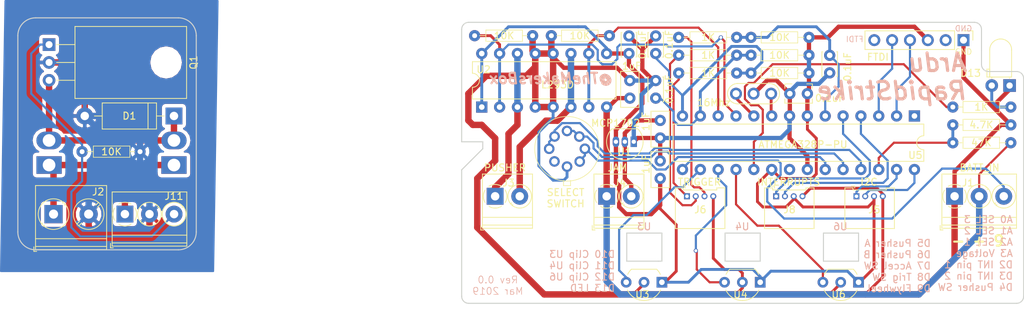
<source format=kicad_pcb>
(kicad_pcb (version 4) (host pcbnew 4.0.7)
  (title_block (date "lun. 30 mars 2015"))
  (layers (0 F.Cu signal) (31 B.Cu signal) (34 B.Paste user) (35 F.Paste user) (36 B.SilkS user) (37 F.SilkS user) (38 B.Mask user) (39 F.Mask user) (44 Edge.Cuts user))
  (net 0 "")
  (net 1 /Reset)
  (net 2 GND)
  (net 3 /A0)
  (net 4 /A1)
  (net 5 /A2)
  (net 6 /A3)
  (net 7 /AREF)
  (net 8 "/A4(SDA)")
  (net 9 "/A5(SCL)")
  (net 10 "/9(**)")
  (net 11 /8)
  (net 12 /7)
  (net 13 "/6(**)")
  (net 14 "/5(**)")
  (net 15 /4)
  (net 16 "/3(**)")
  (net 17 /2)
  (net 18 "/13(SCK)")
  (net 19 "/12(MISO)")
  (net 20 VCC)
  (net 21 "Net-(D2-Pad2)")
  (net 22 "Net-(U5-Pad9)")
  (net 23 "Net-(U5-Pad10)")
  (net 24 "/11(MOSI)")
  (net 25 "/10(SS)")
  (net 26 "Net-(D1-Pad1)")
  (net 27 "Net-(J3-Pad1)")
  (net 28 "Net-(J3-Pad2)")
  (net 29 /TRIG)
  (net 30 /ACCEL)
  (net 31 /PUSH)
  (net 32 "/0(Rx)")
  (net 33 "/1(Tx)")
  (net 34 /BATT)
  (net 35 "Net-(SW1-Pad1)")
  (net 36 "Net-(J7-Pad2)")
  (net 37 "Net-(J7-Pad6)")
  (net 38 "Net-(J10-Pad1)")
  (net 39 /Vin)
  (module Pin_Headers:Pin_Header_Straight_1x06_Pitch2.54mm (layer F.Cu) (at 202.438 88.9 270)
    (fp_text reference J7 hide)
    (fp_text value FTDI (at 2.413 12.192 360) (layer F.SilkS))
    (pad 1 thru_hole rect (at 0 0 270) (size 1.7 1.7) (drill 1) (layers *.Cu *.Mask) (net 2 GND))
    (pad 2 thru_hole oval (at 0 2.54 270) (size 1.7 1.7) (drill 1) (layers *.Cu *.Mask) (net 36 "Net-(J7-Pad2)"))
    (pad 3 thru_hole oval (at 0 5.08 270) (size 1.7 1.7) (drill 1) (layers *.Cu *.Mask) (net 20 VCC))
    (pad 4 thru_hole oval (at 0 7.62 270) (size 1.7 1.7) (drill 1) (layers *.Cu *.Mask) (net 32 "/0(Rx)"))
    (pad 5 thru_hole oval (at 0 10.16 270) (size 1.7 1.7) (drill 1) (layers *.Cu *.Mask) (net 33 "/1(Tx)"))
    (pad 6 thru_hole oval (at 0 12.7 270) (size 1.7 1.7) (drill 1) (layers *.Cu *.Mask) (net 37 "Net-(J7-Pad6)"))
  )
  (module footprints:DIP-28_W7.62mm (layer F.Cu) (at 195.453 99.695 270)
    (fp_text reference U5 (at 5.588 -0.127 360) (layer F.SilkS))
    (fp_text value ATMEGA328P-PU (at 4.064 15.875 360) (layer F.SilkS))
    (pad 1 thru_hole rect (at 0 0 270) (size 1.6 1.6) (drill 0.8) (layers *.Cu *.Mask) (net 1 /Reset))
    (pad 15 thru_hole oval (at 7.62 33.02 270) (size 1.6 1.6) (drill 0.8) (layers *.Cu *.Mask) (net 10 "/9(**)"))
    (pad 2 thru_hole oval (at 0 2.54 270) (size 1.6 1.6) (drill 0.8) (layers *.Cu *.Mask) (net 32 "/0(Rx)"))
    (pad 16 thru_hole oval (at 7.62 30.48 270) (size 1.6 1.6) (drill 0.8) (layers *.Cu *.Mask) (net 25 "/10(SS)"))
    (pad 3 thru_hole oval (at 0 5.08 270) (size 1.6 1.6) (drill 0.8) (layers *.Cu *.Mask) (net 33 "/1(Tx)"))
    (pad 17 thru_hole oval (at 7.62 27.94 270) (size 1.6 1.6) (drill 0.8) (layers *.Cu *.Mask) (net 24 "/11(MOSI)"))
    (pad 4 thru_hole oval (at 0 7.62 270) (size 1.6 1.6) (drill 0.8) (layers *.Cu *.Mask) (net 17 /2))
    (pad 18 thru_hole oval (at 7.62 25.4 270) (size 1.6 1.6) (drill 0.8) (layers *.Cu *.Mask) (net 19 "/12(MISO)"))
    (pad 5 thru_hole oval (at 0 10.16 270) (size 1.6 1.6) (drill 0.8) (layers *.Cu *.Mask) (net 16 "/3(**)"))
    (pad 19 thru_hole oval (at 7.62 22.86 270) (size 1.6 1.6) (drill 0.8) (layers *.Cu *.Mask) (net 18 "/13(SCK)"))
    (pad 6 thru_hole oval (at 0 12.7 270) (size 1.6 1.6) (drill 0.8) (layers *.Cu *.Mask) (net 15 /4))
    (pad 20 thru_hole oval (at 7.62 20.32 270) (size 1.6 1.6) (drill 0.8) (layers *.Cu *.Mask) (net 20 VCC))
    (pad 7 thru_hole oval (at 0 15.24 270) (size 1.6 1.6) (drill 0.8) (layers *.Cu *.Mask) (net 20 VCC))
    (pad 21 thru_hole oval (at 7.62 17.78 270) (size 1.6 1.6) (drill 0.8) (layers *.Cu *.Mask) (net 7 /AREF))
    (pad 8 thru_hole oval (at 0 17.78 270) (size 1.6 1.6) (drill 0.8) (layers *.Cu *.Mask) (net 2 GND))
    (pad 22 thru_hole oval (at 7.62 15.24 270) (size 1.6 1.6) (drill 0.8) (layers *.Cu *.Mask) (net 2 GND))
    (pad 9 thru_hole oval (at 0 20.32 270) (size 1.6 1.6) (drill 0.8) (layers *.Cu *.Mask) (net 22 "Net-(U5-Pad9)"))
    (pad 23 thru_hole oval (at 7.62 12.7 270) (size 1.6 1.6) (drill 0.8) (layers *.Cu *.Mask) (net 3 /A0))
    (pad 10 thru_hole oval (at 0 22.86 270) (size 1.6 1.6) (drill 0.8) (layers *.Cu *.Mask) (net 23 "Net-(U5-Pad10)"))
    (pad 24 thru_hole oval (at 7.62 10.16 270) (size 1.6 1.6) (drill 0.8) (layers *.Cu *.Mask) (net 4 /A1))
    (pad 11 thru_hole oval (at 0 25.4 270) (size 1.6 1.6) (drill 0.8) (layers *.Cu *.Mask) (net 14 "/5(**)"))
    (pad 25 thru_hole oval (at 7.62 7.62 270) (size 1.6 1.6) (drill 0.8) (layers *.Cu *.Mask) (net 5 /A2))
    (pad 12 thru_hole oval (at 0 27.94 270) (size 1.6 1.6) (drill 0.8) (layers *.Cu *.Mask) (net 13 "/6(**)"))
    (pad 26 thru_hole oval (at 7.62 5.08 270) (size 1.6 1.6) (drill 0.8) (layers *.Cu *.Mask) (net 6 /A3))
    (pad 13 thru_hole oval (at 0 30.48 270) (size 1.6 1.6) (drill 0.8) (layers *.Cu *.Mask) (net 12 /7))
    (pad 27 thru_hole oval (at 7.62 2.54 270) (size 1.6 1.6) (drill 0.8) (layers *.Cu *.Mask) (net 8 "/A4(SDA)"))
    (pad 14 thru_hole oval (at 0 33.02 270) (size 1.6 1.6) (drill 0.8) (layers *.Cu *.Mask) (net 11 /8))
    (pad 28 thru_hole oval (at 7.62 0 270) (size 1.6 1.6) (drill 0.8) (layers *.Cu *.Mask) (net 9 "/A5(SCL)"))
  )
  (module Pin_Headers:Pin_Header_Straight_1x01_Pitch2.54mm (layer F.Cu) (at 145.998 104.365)
    (fp_text reference REF** hide)
    (fp_text value Pin)
    (pad "" np_thru_hole circle (at 0 0) (size 2.5 2.5) (drill 2.5) (layers *.Cu *.Mask))
  )
  (module Pin_Headers:Pin_Header_Straight_1x01_Pitch2.54mm (layer F.Cu) (at 195.998 114.365)
    (fp_text reference REF** hide)
    (fp_text value Pin)
    (pad "" np_thru_hole circle (at 0 0) (size 2.5 2.5) (drill 2.5) (layers *.Cu *.Mask))
  )
  (module Pin_Headers:Pin_Header_Straight_1x01_Pitch2.54mm (layer F.Cu) (at 145.998 114.365)
    (fp_text reference REF** hide)
    (fp_text value PIN)
    (pad "" np_thru_hole circle (at 0 0) (size 2.5 2.5) (drill 2.5) (layers *.Cu *.Mask))
  )
  (module SW_Rotary8 (layer F.Cu) (at 145.998 104.365 180)
    (fp_text reference SW1 hide)
    (fp_text value SW_Rotary8)
    (pad 8 thru_hole circle (at 0 -2.54 180) (size 1.5 1.5) (drill 0.9) (layers *.Cu *.Mask) (net 2 GND))
    (pad 1 thru_hole circle (at 1.7907 -1.8034 180) (size 1.5 1.5) (drill 0.9) (layers *.Cu *.Mask) (net 35 "Net-(SW1-Pad1)"))
    (pad 2 thru_hole oval (at 2.54 0 180) (size 1.5 1.5) (drill 0.9) (layers *.Cu *.Mask) (net 5 /A2))
    (pad 3 thru_hole oval (at 1.778 1.7526 180) (size 1.5 1.5) (drill 0.9) (layers *.Cu *.Mask) (net 5 /A2))
    (pad 4 thru_hole oval (at 0 2.54 180) (size 1.5 1.5) (drill 0.9) (layers *.Cu *.Mask) (net 4 /A1))
    (pad 5 thru_hole oval (at -1.7526 1.7399 180) (size 1.5 1.5) (drill 0.9) (layers *.Cu *.Mask) (net 4 /A1))
    (pad 6 thru_hole oval (at -2.54 0 180) (size 1.5 1.5) (drill 0.9) (layers *.Cu *.Mask) (net 3 /A0))
    (pad 7 thru_hole oval (at -1.8034 -1.8161 180) (size 1.5 1.5) (drill 0.9) (layers *.Cu *.Mask) (net 3 /A0))
  )
  (module footprints:Resonator-3pin_w7.0mm_h2.5mm (layer F.Cu) (at 170.053 96.52)
    (fp_text reference Y1 hide)
    (fp_text value 16Mhz (at -3.175 1.27) (layer F.SilkS))
    (pad 1 thru_hole circle (at 0 0) (size 1.7 1.7) (drill 1) (layers *.Cu *.Mask) (net 23 "Net-(U5-Pad10)"))
    (pad 2 thru_hole circle (at 2.5 0) (size 1.7 1.7) (drill 1) (layers *.Cu *.Mask) (net 2 GND))
    (pad 3 thru_hole circle (at 5 0) (size 1.7 1.7) (drill 1) (layers *.Cu *.Mask) (net 22 "Net-(U5-Pad9)"))
  )
  (module footprints:C_Disc_D3.8mm_W2.6mm_P2.50mm (layer F.Cu) (at 180.213 96.52 180)
    (fp_text reference C5 hide)
    (fp_text value 0.1uF (at -3.175 -0.635 180) (layer F.SilkS))
    (pad 1 thru_hole circle (at 0 0 180) (size 1.6 1.6) (drill 0.8) (layers *.Cu *.Mask) (net 20 VCC))
    (pad 2 thru_hole circle (at 2.5 0 180) (size 1.6 1.6) (drill 0.8) (layers *.Cu *.Mask) (net 2 GND))
  )
  (module footprints:R_Axial_DIN0204_L3.6mm_D1.6mm_P7.62mm_Horizontal (layer F.Cu) (at 172.438 88.505)
    (fp_text reference R10)
    (fp_text value 10K (at 3.81 0) (layer F.SilkS))
    (pad 1 thru_hole circle (at -0.25 0) (size 1.6 1.6) (drill 0.7) (layers *.Cu *.Mask) (net 15 /4))
    (pad 2 thru_hole circle (at 8 0) (size 1.6 1.6) (drill 0.7) (layers *.Cu *.Mask) (net 20 VCC))
  )
  (module footprints:R_Axial_DIN0204_L3.6mm_D1.6mm_P7.62mm_Horizontal (layer F.Cu) (at 169.898 88.505 180)
    (fp_text reference R11)
    (fp_text value 1K (at 3.81 0 180) (layer F.SilkS))
    (pad 1 thru_hole circle (at -0.25 0 180) (size 1.6 1.6) (drill 0.7) (layers *.Cu *.Mask) (net 15 /4))
    (pad 2 thru_hole circle (at 8 0 180) (size 1.6 1.6) (drill 0.7) (layers *.Cu *.Mask) (net 31 /PUSH))
  )
  (module Capacitors_THT:C_Disc_D5.0mm_W2.5mm_P2.50mm (layer F.Cu) (at 154.94 97.155 90)
    (fp_text reference C2 hide)
    (fp_text value 1uF (at 4.572 0.254 180) (layer F.SilkS))
    (pad 1 thru_hole circle (at 0 0 90) (size 1.6 1.6) (drill 0.8) (layers *.Cu *.Mask) (net 34 /BATT))
    (pad 2 thru_hole circle (at 2.5 0 90) (size 1.6 1.6) (drill 0.8) (layers *.Cu *.Mask) (net 2 GND))
  )
  (module Capacitors_THT:C_Disc_D3.4mm_W2.1mm_P2.50mm (layer F.Cu) (at 154.813 90.805 90)
    (fp_text reference C3 hide)
    (fp_text value 0.1uF (at 1.27 1.905 90) (layer F.SilkS))
    (pad 1 thru_hole circle (at 0 0 90) (size 1.6 1.6) (drill 0.8) (layers *.Cu *.Mask) (net 20 VCC))
    (pad 2 thru_hole circle (at 2.5 0 90) (size 1.6 1.6) (drill 0.8) (layers *.Cu *.Mask) (net 2 GND))
  )
  (module Capacitors_THT:C_Disc_D3.4mm_W2.1mm_P2.50mm (layer F.Cu) (at 158.623 90.805 90)
    (fp_text reference C6 hide)
    (fp_text value 0.1uF (at 1.27 1.905 90) (layer F.SilkS))
    (pad 1 thru_hole circle (at 0 0 90) (size 1.6 1.6) (drill 0.8) (layers *.Cu *.Mask) (net 11 /8))
    (pad 2 thru_hole circle (at 2.5 0 90) (size 1.6 1.6) (drill 0.8) (layers *.Cu *.Mask) (net 2 GND))
  )
  (module Capacitors_THT:C_Disc_D3.4mm_W2.1mm_P2.50mm (layer F.Cu) (at 158.623 97.155 90)
    (fp_text reference C7 hide)
    (fp_text value 0.1uF (at 1.27 1.905 90) (layer F.SilkS))
    (pad 1 thru_hole circle (at 0 0 90) (size 1.6 1.6) (drill 0.8) (layers *.Cu *.Mask) (net 12 /7))
    (pad 2 thru_hole circle (at 2.5 0 90) (size 1.6 1.6) (drill 0.8) (layers *.Cu *.Mask) (net 2 GND))
  )
  (module Capacitors_THT:C_Disc_D3.4mm_W2.1mm_P2.50mm (layer F.Cu) (at 183.388 91.059 270)
    (fp_text reference C8 hide)
    (fp_text value 0.1uF (at 1.651 -2.54 270) (layer F.SilkS))
    (pad 1 thru_hole circle (at 0 0 270) (size 1.6 1.6) (drill 0.8) (layers *.Cu *.Mask) (net 15 /4))
    (pad 2 thru_hole circle (at 2.5 0 270) (size 1.6 1.6) (drill 0.8) (layers *.Cu *.Mask) (net 2 GND))
  )
  (module footprints:R_Axial_DIN0204_L3.6mm_D1.6mm_P7.62mm_Horizontal (layer F.Cu) (at 140.843 88.265 180)
    (fp_text reference R1)
    (fp_text value 10K (at 3.81 0 180) (layer F.SilkS))
    (pad 1 thru_hole circle (at -0.25 0 180) (size 1.6 1.6) (drill 0.7) (layers *.Cu *.Mask) (net 2 GND))
    (pad 2 thru_hole circle (at 8 0 180) (size 1.6 1.6) (drill 0.7) (layers *.Cu *.Mask) (net 14 "/5(**)"))
  )
  (module footprints:R_Axial_DIN0204_L3.6mm_D1.6mm_P7.62mm_Horizontal (layer F.Cu) (at 201.168 98.425)
    (fp_text reference R2)
    (fp_text value 1K (at 3.81 0) (layer F.SilkS))
    (pad 1 thru_hole circle (at -0.25 0) (size 1.6 1.6) (drill 0.7) (layers *.Cu *.Mask) (net 18 "/13(SCK)"))
    (pad 2 thru_hole circle (at 8 0) (size 1.6 1.6) (drill 0.7) (layers *.Cu *.Mask) (net 21 "Net-(D2-Pad2)"))
  )
  (module footprints:R_Axial_DIN0204_L3.6mm_D1.6mm_P7.62mm_Horizontal (layer F.Cu) (at 144.018 88.265)
    (fp_text reference R3)
    (fp_text value 10K (at 3.81 0) (layer F.SilkS))
    (pad 1 thru_hole circle (at -0.25 0) (size 1.6 1.6) (drill 0.7) (layers *.Cu *.Mask) (net 2 GND))
    (pad 2 thru_hole circle (at 8 0) (size 1.6 1.6) (drill 0.7) (layers *.Cu *.Mask) (net 13 "/6(**)"))
  )
  (module footprints:R_Axial_DIN0204_L3.6mm_D1.6mm_P7.62mm_Horizontal (layer F.Cu) (at 172.438 93.585)
    (fp_text reference R4)
    (fp_text value 10K (at 3.81 0) (layer F.SilkS))
    (pad 1 thru_hole circle (at -0.25 0) (size 1.6 1.6) (drill 0.7) (layers *.Cu *.Mask) (net 11 /8))
    (pad 2 thru_hole circle (at 8 0) (size 1.6 1.6) (drill 0.7) (layers *.Cu *.Mask) (net 20 VCC))
  )
  (module footprints:R_Axial_DIN0204_L3.6mm_D1.6mm_P7.62mm_Horizontal (layer F.Cu) (at 169.898 93.585 180)
    (fp_text reference R5)
    (fp_text value 1K (at 3.81 0 180) (layer F.SilkS))
    (pad 1 thru_hole circle (at -0.25 0 180) (size 1.6 1.6) (drill 0.7) (layers *.Cu *.Mask) (net 11 /8))
    (pad 2 thru_hole circle (at 8 0 180) (size 1.6 1.6) (drill 0.7) (layers *.Cu *.Mask) (net 29 /TRIG))
  )
  (module footprints:R_Axial_DIN0204_L3.6mm_D1.6mm_P7.62mm_Horizontal (layer F.Cu) (at 172.438 91.045)
    (fp_text reference R6)
    (fp_text value 10K (at 3.81 0) (layer F.SilkS))
    (pad 1 thru_hole circle (at -0.25 0) (size 1.6 1.6) (drill 0.7) (layers *.Cu *.Mask) (net 12 /7))
    (pad 2 thru_hole circle (at 8 0) (size 1.6 1.6) (drill 0.7) (layers *.Cu *.Mask) (net 20 VCC))
  )
  (module footprints:R_Axial_DIN0204_L3.6mm_D1.6mm_P7.62mm_Horizontal (layer F.Cu) (at 169.898 91.045 180)
    (fp_text reference R7)
    (fp_text value 1K (at 3.81 0 180) (layer F.SilkS))
    (pad 1 thru_hole circle (at -0.25 0 180) (size 1.6 1.6) (drill 0.7) (layers *.Cu *.Mask) (net 12 /7))
    (pad 2 thru_hole circle (at 8 0 180) (size 1.6 1.6) (drill 0.7) (layers *.Cu *.Mask) (net 30 /ACCEL))
  )
  (module Housings_DIP:DIP-16_W7.62mm (layer F.Cu) (at 133.858 98.425 90)
    (fp_text reference U2 (at 5.334 0.254 180) (layer F.SilkS))
    (fp_text value L293D (at 3.175 10.795 180) (layer F.SilkS))
    (pad 1 thru_hole rect (at 0 0 90) (size 1.6 1.6) (drill 0.8) (layers *.Cu *.Mask) (net 20 VCC))
    (pad 9 thru_hole oval (at 7.62 17.78 90) (size 1.6 1.6) (drill 0.8) (layers *.Cu *.Mask) (net 20 VCC))
    (pad 2 thru_hole oval (at 0 2.54 90) (size 1.6 1.6) (drill 0.8) (layers *.Cu *.Mask) (net 14 "/5(**)"))
    (pad 10 thru_hole oval (at 7.62 15.24 90) (size 1.6 1.6) (drill 0.8) (layers *.Cu *.Mask) (net 13 "/6(**)"))
    (pad 3 thru_hole oval (at 0 5.08 90) (size 1.6 1.6) (drill 0.8) (layers *.Cu *.Mask) (net 27 "Net-(J3-Pad1)"))
    (pad 11 thru_hole oval (at 7.62 12.7 90) (size 1.6 1.6) (drill 0.8) (layers *.Cu *.Mask) (net 28 "Net-(J3-Pad2)"))
    (pad 4 thru_hole oval (at 0 7.62 90) (size 1.6 1.6) (drill 0.8) (layers *.Cu *.Mask) (net 2 GND))
    (pad 12 thru_hole oval (at 7.62 10.16 90) (size 1.6 1.6) (drill 0.8) (layers *.Cu *.Mask) (net 2 GND))
    (pad 5 thru_hole oval (at 0 10.16 90) (size 1.6 1.6) (drill 0.8) (layers *.Cu *.Mask) (net 2 GND))
    (pad 13 thru_hole oval (at 7.62 7.62 90) (size 1.6 1.6) (drill 0.8) (layers *.Cu *.Mask) (net 2 GND))
    (pad 6 thru_hole oval (at 0 12.7 90) (size 1.6 1.6) (drill 0.8) (layers *.Cu *.Mask) (net 28 "Net-(J3-Pad2)"))
    (pad 14 thru_hole oval (at 7.62 5.08 90) (size 1.6 1.6) (drill 0.8) (layers *.Cu *.Mask) (net 27 "Net-(J3-Pad1)"))
    (pad 7 thru_hole oval (at 0 15.24 90) (size 1.6 1.6) (drill 0.8) (layers *.Cu *.Mask) (net 13 "/6(**)"))
    (pad 15 thru_hole oval (at 7.62 2.54 90) (size 1.6 1.6) (drill 0.8) (layers *.Cu *.Mask) (net 14 "/5(**)"))
    (pad 8 thru_hole oval (at 0 17.78 90) (size 1.6 1.6) (drill 0.8) (layers *.Cu *.Mask) (net 34 /BATT))
    (pad 16 thru_hole oval (at 7.62 0 90) (size 1.6 1.6) (drill 0.8) (layers *.Cu *.Mask) (net 20 VCC))
  )
  (module LEDs:LED_D3.0mm_Horizontal_O1.27mm_Z10.0mm (layer F.Cu) (at 208.998 95.365 180)
    (fp_text reference D2 hide)
    (fp_text value D13 (at 5.544 1.766 180) (layer F.SilkS))
    (pad 1 thru_hole rect (at 0 0 180) (size 1.8 1.8) (drill 0.9) (layers *.Cu *.Mask) (net 2 GND))
    (pad 2 thru_hole circle (at 2.54 0 180) (size 1.8 1.8) (drill 0.9) (layers *.Cu *.Mask) (net 21 "Net-(D2-Pad2)"))
  )
  (module footprints:R_Axial_DIN0204_L3.6mm_D1.6mm_P7.62mm_Horizontal (layer F.Cu) (at 201.168 103.505)
    (fp_text reference R8)
    (fp_text value 47K (at 3.81 0) (layer F.SilkS))
    (pad 1 thru_hole circle (at -0.25 0) (size 1.6 1.6) (drill 0.7) (layers *.Cu *.Mask) (net 6 /A3))
    (pad 2 thru_hole circle (at 8 0) (size 1.6 1.6) (drill 0.7) (layers *.Cu *.Mask) (net 34 /BATT))
  )
  (module footprints:R_Axial_DIN0204_L3.6mm_D1.6mm_P7.62mm_Horizontal (layer F.Cu) (at 201.168 100.965)
    (fp_text reference R12)
    (fp_text value 4.7K (at 3.81 0) (layer F.SilkS))
    (pad 1 thru_hole circle (at -0.25 0) (size 1.6 1.6) (drill 0.7) (layers *.Cu *.Mask) (net 6 /A3))
    (pad 2 thru_hole circle (at 8 0) (size 1.6 1.6) (drill 0.7) (layers *.Cu *.Mask) (net 2 GND))
  )
  (module TO_SOT_Packages_THT:TO-92_Inline_Wide (layer F.Cu) (at 159.498 123.365 180)
    (fp_text reference U3 (at 2.78 -1.73 360) (layer F.SilkS))
    (fp_text value "HALL SENSOR")
    (pad 2 thru_hole circle (at 2.54 0 270) (size 1.52 1.52) (drill 0.8) (layers *.Cu *.Mask) (net 2 GND))
    (pad 3 thru_hole circle (at 5.08 0 270) (size 1.52 1.52) (drill 0.8) (layers *.Cu *.Mask) (net 25 "/10(SS)"))
    (pad 1 thru_hole rect (at 0 0 270) (size 1.52 1.52) (drill 0.8) (layers *.Cu *.Mask) (net 20 VCC))
  )
  (module TO_SOT_Packages_THT:TO-92_Inline_Wide (layer F.Cu) (at 173.498 123.365 180)
    (fp_text reference U4 (at 2.81 -1.73 360) (layer F.SilkS))
    (fp_text value "HALL SENSOR")
    (pad 2 thru_hole circle (at 2.54 0 270) (size 1.52 1.52) (drill 0.8) (layers *.Cu *.Mask) (net 2 GND))
    (pad 3 thru_hole circle (at 5.08 0 270) (size 1.52 1.52) (drill 0.8) (layers *.Cu *.Mask) (net 24 "/11(MOSI)"))
    (pad 1 thru_hole rect (at 0 0 270) (size 1.52 1.52) (drill 0.8) (layers *.Cu *.Mask) (net 20 VCC))
  )
  (module TO_SOT_Packages_THT:TO-92_Inline_Wide (layer F.Cu) (at 187.498 123.365 180)
    (fp_text reference U6 (at 2.84 -1.73 360) (layer F.SilkS))
    (fp_text value "HALL SENSOR")
    (pad 2 thru_hole circle (at 2.54 0 270) (size 1.52 1.52) (drill 0.8) (layers *.Cu *.Mask) (net 2 GND))
    (pad 3 thru_hole circle (at 5.08 0 270) (size 1.52 1.52) (drill 0.8) (layers *.Cu *.Mask) (net 19 "/12(MISO)"))
    (pad 1 thru_hole rect (at 0 0 270) (size 1.52 1.52) (drill 0.8) (layers *.Cu *.Mask) (net 20 VCC))
  )
  (module Capacitors_THT:C_Disc_D5.0mm_W2.5mm_P2.50mm (layer F.Cu) (at 159.258 100.33 270)
    (fp_text reference C1 hide)
    (fp_text value 1uF (at 0.127 2.032 270) (layer F.SilkS))
    (pad 1 thru_hole circle (at 0 0 270) (size 1.6 1.6) (drill 0.8) (layers *.Cu *.Mask) (net 39 /Vin))
    (pad 2 thru_hole circle (at 2.5 0 270) (size 1.6 1.6) (drill 0.8) (layers *.Cu *.Mask) (net 2 GND))
  )
  (module Capacitors_THT:C_Disc_D5.0mm_W2.5mm_P2.50mm (layer F.Cu) (at 159.258 108.585 90)
    (fp_text reference C4 hide)
    (fp_text value 1uF (at 2.032 -2.032 90) (layer F.SilkS))
    (pad 1 thru_hole circle (at 0 0 90) (size 1.6 1.6) (drill 0.8) (layers *.Cu *.Mask) (net 20 VCC))
    (pad 2 thru_hole circle (at 2.5 0 90) (size 1.6 1.6) (drill 0.8) (layers *.Cu *.Mask) (net 2 GND))
  )
  (module TO_SOT_Packages_THT:TO-92_Inline_Narrow_Oval (layer F.Cu) (at 155.498 103.365 180)
    (fp_text reference U1 (at 1.32 -1.41 180) (layer F.SilkS))
    (fp_text value MCP1702 (at 2.59 2.654 180) (layer F.SilkS))
    (pad 2 thru_hole oval (at 1.27 0) (size 0.9 1.5) (drill 0.6) (layers *.Cu *.Mask) (net 39 /Vin))
    (pad 3 thru_hole oval (at 2.54 0) (size 0.9 1.5) (drill 0.6) (layers *.Cu *.Mask) (net 20 VCC))
    (pad 1 thru_hole rect (at 0 0) (size 0.9 1.5) (drill 0.6) (layers *.Cu *.Mask) (net 2 GND))
  )
  (module TerminalBlock_Phoenix:TerminalBlock_Phoenix_PT-1,5-2-3.5-H_1x02_P3.50mm_Horizontal (layer F.Cu) (at 135.763 111.125)
    (fp_text reference J3 (at 1.905 -1.905) (layer F.SilkS))
    (fp_text value PUSHER (at 1.397 -4.064) (layer F.SilkS))
    (pad 1 thru_hole rect (at 0 0) (size 2.4 2.4) (drill 1.2) (layers *.Cu *.Mask) (net 27 "Net-(J3-Pad1)"))
    (pad 2 thru_hole circle (at 3.5 0) (size 2.4 2.4) (drill 1.2) (layers *.Cu *.Mask) (net 28 "Net-(J3-Pad2)"))
  )
  (module TerminalBlock_Phoenix:TerminalBlock_Phoenix_PT-1,5-2-3.5-H_1x02_P3.50mm_Horizontal (layer F.Cu) (at 151.638 111.125)
    (fp_text reference J4 (at 1.905 -1.905) (layer F.SilkS))
    (fp_text value JAM (at 1.524 -4.064) (layer F.SilkS))
    (pad 1 thru_hole rect (at 0 0) (size 2.4 2.4) (drill 1.2) (layers *.Cu *.Mask) (net 34 /BATT))
    (pad 2 thru_hole circle (at 3.5 0) (size 2.4 2.4) (drill 1.2) (layers *.Cu *.Mask) (net 39 /Vin))
  )
  (module TerminalBlock_Phoenix:TerminalBlock_Phoenix_PT-1,5-3-3.5-H_1x03_P3.50mm_Horizontal (layer F.Cu) (at 201.168 111.125)
    (fp_text reference J1 (at 1.905 -1.905) (layer F.SilkS))
    (fp_text value BATT_IN (at 3.556 -4.064) (layer F.SilkS))
    (pad 1 thru_hole rect (at 0 0) (size 2.4 2.4) (drill 1.2) (layers *.Cu *.Mask) (net 2 GND))
    (pad 2 thru_hole circle (at 3.5 0) (size 2.4 2.4) (drill 1.2) (layers *.Cu *.Mask) (net 34 /BATT))
    (pad 3 thru_hole circle (at 7 0) (size 2.4 2.4) (drill 1.2) (layers *.Cu *.Mask) (net 10 "/9(**)"))
  )
  (module Connectors_Molex:Molex_PicoBlade_53048-0410_04x1.25mm_Angled (layer F.Cu) (at 163.068 111.125)
    (fp_text reference J6 (at 1.905 1.905) (layer F.SilkS))
    (fp_text value TRIGGER (at 1.778 -2.032) (layer F.SilkS))
    (pad 1 thru_hole rect (at 0 0) (size 0.85 0.85) (drill 0.5) (layers *.Cu *.Mask) (net 29 /TRIG))
    (pad 2 thru_hole circle (at 1.25 0) (size 0.85 0.85) (drill 0.5) (layers *.Cu *.Mask) (net 30 /ACCEL))
    (pad 3 thru_hole circle (at 2.5 0) (size 0.85 0.85) (drill 0.5) (layers *.Cu *.Mask) (net 31 /PUSH))
    (pad 4 thru_hole circle (at 3.75 0) (size 0.85 0.85) (drill 0.5) (layers *.Cu *.Mask) (net 2 GND))
  )
  (module Connectors_Molex:Molex_PicoBlade_53048-0410_04x1.25mm_Angled (layer F.Cu) (at 175.768 111.125)
    (fp_text reference J8 (at 1.905 1.905) (layer F.SilkS))
    (fp_text value INTERRUPTS (at 1.778 -2.032) (layer F.SilkS))
    (pad 1 thru_hole rect (at 0 0) (size 0.85 0.85) (drill 0.5) (layers *.Cu *.Mask) (net 16 "/3(**)"))
    (pad 2 thru_hole circle (at 1.25 0) (size 0.85 0.85) (drill 0.5) (layers *.Cu *.Mask) (net 17 /2))
    (pad 3 thru_hole circle (at 2.5 0) (size 0.85 0.85) (drill 0.5) (layers *.Cu *.Mask) (net 20 VCC))
    (pad 4 thru_hole circle (at 3.75 0) (size 0.85 0.85) (drill 0.5) (layers *.Cu *.Mask) (net 2 GND))
  )
  (module Connectors_Molex:Molex_PicoBlade_53048-0410_04x1.25mm_Angled (layer F.Cu) (at 187.198 111.125)
    (fp_text reference J5 (at 2.54 1.905) (layer F.SilkS))
    (fp_text value I2C (at 1.778 -2.032) (layer F.SilkS))
    (pad 1 thru_hole rect (at 0 0) (size 0.85 0.85) (drill 0.5) (layers *.Cu *.Mask) (net 8 "/A4(SDA)"))
    (pad 2 thru_hole circle (at 1.25 0) (size 0.85 0.85) (drill 0.5) (layers *.Cu *.Mask) (net 9 "/A5(SCL)"))
    (pad 3 thru_hole circle (at 2.5 0) (size 0.85 0.85) (drill 0.5) (layers *.Cu *.Mask) (net 20 VCC))
    (pad 4 thru_hole circle (at 3.75 0) (size 0.85 0.85) (drill 0.5) (layers *.Cu *.Mask) (net 2 GND))
  )
  (module Connectors_Phoenix:PhoenixContact_MCV-G_02x3.50mm_Vertical (layer F.Cu) (at 90.043 106.68 90)
    (fp_text reference J9 hide)
    (fp_text value MTR_1)
    (pad 1 thru_hole rect (at 0 0 90) (size 2.5 3.6) (drill 1.8) (layers *.Cu *.Mask) (net 38 "Net-(J10-Pad1)"))
    (pad 2 thru_hole oval (at 3.5 0 90) (size 2.5 3.6) (drill 1.8) (layers *.Cu *.Mask) (net 26 "Net-(D1-Pad1)"))
  )
  (module Connectors_Phoenix:PhoenixContact_MCV-G_02x3.50mm_Vertical (layer F.Cu) (at 72.263 106.68 90)
    (fp_text reference J10 hide)
    (fp_text value MTR_2)
    (pad 1 thru_hole rect (at 0 0 90) (size 2.5 3.6) (drill 1.8) (layers *.Cu *.Mask) (net 38 "Net-(J10-Pad1)"))
    (pad 2 thru_hole oval (at 3.5 0 90) (size 2.5 3.6) (drill 1.8) (layers *.Cu *.Mask) (net 26 "Net-(D1-Pad1)"))
  )
  (module Diodes_THT:D_DO-15_P12.70mm_Horizontal (layer F.Cu) (at 90.043 99.695 180)
    (fp_text reference D1 (at 6.35 0 180) (layer F.SilkS))
    (fp_text value D)
    (pad 1 thru_hole rect (at 0 0 180) (size 2.4 2.4) (drill 1.2) (layers *.Cu *.Mask) (net 26 "Net-(D1-Pad1)"))
    (pad 2 thru_hole oval (at 12.7 0 180) (size 2.4 2.4) (drill 1.2) (layers *.Cu *.Mask) (net 2 GND))
  )
  (module TO_SOT_Packages_THT:TO-220-3_Horizontal (layer F.Cu) (at 72.263 89.535 270)
    (fp_text reference Q1 (at 2.54 -20.58 270) (layer F.SilkS))
    (fp_text value IRLB8721)
    (pad 0 np_thru_hole oval (at 2.54 -16.66 270) (size 3.5 3.5) (drill 3.5) (layers *.Cu *.Mask))
    (pad 1 thru_hole rect (at 0 0 270) (size 1.8 1.8) (drill 1) (layers *.Cu *.Mask) (net 10 "/9(**)"))
    (pad 2 thru_hole oval (at 2.54 0 270) (size 1.8 1.8) (drill 1) (layers *.Cu *.Mask) (net 2 GND))
    (pad 3 thru_hole oval (at 5.08 0 270) (size 1.8 1.8) (drill 1) (layers *.Cu *.Mask) (net 26 "Net-(D1-Pad1)"))
  )
  (module footprints:R_Axial_DIN0204_L3.6mm_D1.6mm_P7.62mm_Horizontal (layer F.Cu) (at 84.963 104.775 180)
    (fp_text reference R9)
    (fp_text value 10K (at 3.81 0 180) (layer F.SilkS))
    (pad 1 thru_hole circle (at -0.25 0 180) (size 1.6 1.6) (drill 0.7) (layers *.Cu *.Mask) (net 2 GND))
    (pad 2 thru_hole circle (at 8 0 180) (size 1.6 1.6) (drill 0.7) (layers *.Cu *.Mask) (net 10 "/9(**)"))
  )
  (module TerminalBlock_Phoenix:TerminalBlock_Phoenix_PT-1,5-3-3.5-H_1x03_P3.50mm_Horizontal (layer F.Cu) (at 83.058 113.665)
    (fp_text reference J11 (at 6.985 -2.54) (layer F.SilkS))
    (fp_text value BATT_OUT)
    (pad 1 thru_hole rect (at 0 0) (size 2.4 2.4) (drill 1.2) (layers *.Cu *.Mask) (net 38 "Net-(J10-Pad1)"))
    (pad 2 thru_hole circle (at 3.5 0) (size 2.4 2.4) (drill 1.2) (layers *.Cu *.Mask) (net 2 GND))
    (pad 3 thru_hole circle (at 7 0) (size 2.4 2.4) (drill 1.2) (layers *.Cu *.Mask) (net 10 "/9(**)"))
  )
  (module TerminalBlock_Phoenix:TerminalBlock_Phoenix_PT-1,5-2-5.0-H_1x02_P5.00mm_Horizontal (layer F.Cu) (at 72.898 113.665)
    (fp_text reference J2 (at 6.35 -3.175) (layer F.SilkS))
    (fp_text value BATT_IN)
    (pad 1 thru_hole rect (at 0 0) (size 2.6 2.6) (drill 1.3) (layers *.Cu *.Mask) (net 38 "Net-(J10-Pad1)"))
    (pad 2 thru_hole circle (at 5 0) (size 2.6 2.6) (drill 1.3) (layers *.Cu *.Mask) (net 2 GND))
  )
  (gr_text U6 (at 184.912 115.443) (layer B.SilkS) (effects (font (size 1 1)) (justify mirror)))
  (gr_text U4 (at 170.942 115.443) (layer B.SilkS) (effects (font (size 1 1)) (justify mirror)))
  (gr_text U3 (at 156.972 115.443) (layer B.SilkS) (effects (font (size 1 1)) (justify mirror)))
  (gr_text "D10 Clip U3\nD11 Clip U4\nD12 Clip U6\nD13 LED" (at 152.908 121.793) (layer B.SilkS) (effects (font (size 1 1)) (justify left mirror)))
  (gr_text "D5 Pusher A\nD6 Pusher B\nD7 Accel SW\nD8 Trig SW\nD9 Flywheel" (at 197.866 121.031) (layer B.SilkS) (effects (font (size 1 1)) (justify left mirror)))
  (gr_text "A0 SEL 3\nA1 SEL 2\nA2 SEL 1\nA3 Voltage\nD2 INT pin 1\nD3 INT pin 2\nD4 Pusher SW" (at 209.55 119.253) (layer B.SilkS) (effects (font (size 1 1)) (justify left mirror)))
  (gr_text FTDI (at 186.944 88.773) (layer B.SilkS) (effects (font (size 0.8 0.8) (thickness 0.1)) (justify mirror)))
  (gr_text GND (at 202.438 87.249) (layer B.SilkS) (effects (font (size 0.8 0.8) (thickness 0.1)) (justify mirror)))
  (gr_text "SELECT\nSWITCH" (at 145.796 111.379) (layer F.SilkS) (effects (font (size 1 1))))
  (gr_text @TheMakersBox (at 143.764 94.361) (layer B.SilkS) (effects (font (size 1.5 1.5) (thickness 0.3) italic) (justify mirror)))
  (gr_text "Ardu\nRapidStrike" (at 203.2 94.107) (layer B.SilkS) (effects (font (size 2.5 2.5) (thickness 0.45) italic) (justify left mirror)))
  (gr_text GND (at 202.438 90.551) (layer F.SilkS) (effects (font (size 0.8 0.8) (thickness 0.1))))
  (gr_text "- + 9" (at 204.47 117.475) (layer F.SilkS) (effects (font (size 1.5 1.5) (thickness 0.3))))
  (gr_line (start 130.998 107.365) (end 130.998 125.365) (angle 90) (layer Edge.Cuts) (width 0.15))
  (gr_line (start 133.998 103.365) (end 133.998 104.365) (angle 90) (layer Edge.Cuts) (width 0.15))
  (gr_line (start 130.998 87.365) (end 130.998 103.365) (angle 90) (layer Edge.Cuts) (width 0.15))
  (gr_line (start 210.998 94.365) (end 210.998 125.365) (angle 90) (layer Edge.Cuts) (width 0.15))
  (gr_line (start 204.998 90.365) (end 204.998 92.365) (angle 90) (layer Edge.Cuts) (width 0.15))
  (gr_arc (start 209.998 125.365) (end 210.998 125.365) (angle 90) (layer Edge.Cuts) (width 0.15))
  (gr_line (start 131.998 126.365) (end 209.998 126.365) (angle 90) (layer Edge.Cuts) (width 0.15))
  (gr_line (start 205.998 93.365) (end 209.998 93.365) (angle 90) (layer Edge.Cuts) (width 0.15))
  (gr_line (start 204.998 87.365) (end 204.998 90.365) (angle 90) (layer Edge.Cuts) (width 0.15))
  (gr_arc (start 209.998 94.365) (end 209.998 93.365) (angle 90) (layer Edge.Cuts) (width 0.15))
  (gr_arc (start 205.998 92.365) (end 205.998 93.365) (angle 90) (layer Edge.Cuts) (width 0.15))
  (gr_arc (start 203.998 87.365) (end 203.998 86.365) (angle 90) (layer Edge.Cuts) (width 0.15))
  (gr_line (start 131.998 86.365) (end 203.998 86.365) (angle 90) (layer Edge.Cuts) (width 0.15))
  (gr_arc (start 131.998 87.365) (end 130.998 87.365) (angle 90) (layer Edge.Cuts) (width 0.15))
  (gr_arc (start 131.998 125.365) (end 131.998 126.365) (angle 90) (layer Edge.Cuts) (width 0.15))
  (gr_line (start 133.998 104.365) (end 130.998 107.365) (angle 90) (layer Edge.Cuts) (width 0.15))
  (gr_line (start 133.998 103.365) (end 130.998 103.365) (angle 90) (layer Edge.Cuts) (width 0.15))
  (gr_text "Rev 0.0\nMar 2019" (at 136.144 123.825) (layer B.SilkS) (effects (font (size 1 1) (thickness 0.1)) (justify mirror)))
  (gr_line (start 187.498 116.365) (end 182.498 116.365) (angle 90) (layer Edge.Cuts) (width 0.15))
  (gr_line (start 187.498 120.365) (end 187.498 116.365) (angle 90) (layer Edge.Cuts) (width 0.15))
  (gr_line (start 182.498 120.365) (end 187.498 120.365) (angle 90) (layer Edge.Cuts) (width 0.15))
  (gr_line (start 182.498 116.365) (end 182.498 120.365) (angle 90) (layer Edge.Cuts) (width 0.15))
  (gr_line (start 173.498 116.365) (end 168.498 116.365) (angle 90) (layer Edge.Cuts) (width 0.15))
  (gr_line (start 173.498 120.365) (end 173.498 116.365) (angle 90) (layer Edge.Cuts) (width 0.15))
  (gr_line (start 168.498 120.365) (end 173.498 120.365) (angle 90) (layer Edge.Cuts) (width 0.15))
  (gr_line (start 168.498 116.365) (end 168.498 120.365) (angle 90) (layer Edge.Cuts) (width 0.15))
  (gr_line (start 159.498 116.365) (end 154.498 116.365) (angle 90) (layer Edge.Cuts) (width 0.15))
  (gr_line (start 159.498 120.365) (end 159.498 116.365) (angle 90) (layer Edge.Cuts) (width 0.15))
  (gr_line (start 158.998 120.365) (end 159.498 120.365) (angle 90) (layer Edge.Cuts) (width 0.15))
  (gr_line (start 154.498 120.365) (end 158.998 120.365) (angle 90) (layer Edge.Cuts) (width 0.15))
  (gr_line (start 154.498 116.365) (end 154.498 120.365) (angle 90) (layer Edge.Cuts) (width 0.15))
  (gr_line (start 67.818 88.265) (end 67.818 116.205) (angle 90) (layer Edge.Cuts) (width 0.15))
  (gr_line (start 90.678 85.725) (end 70.358 85.725) (angle 90) (layer Edge.Cuts) (width 0.15))
  (gr_line (start 93.218 116.205) (end 93.218 88.265) (angle 90) (layer Edge.Cuts) (width 0.15))
  (gr_line (start 70.358 118.745) (end 90.678 118.745) (angle 90) (layer Edge.Cuts) (width 0.15))
  (gr_arc (start 70.358 116.205) (end 70.358 118.745) (angle 90) (layer Edge.Cuts) (width 0.15))
  (gr_arc (start 70.358 88.265) (end 67.818 88.265) (angle 90) (layer Edge.Cuts) (width 0.15))
  (gr_arc (start 90.678 88.265) (end 90.678 85.725) (angle 90) (layer Edge.Cuts) (width 0.15))
  (gr_arc (start 90.678 116.205) (end 93.218 116.205) (angle 90) (layer Edge.Cuts) (width 0.15))
  (segment (start 155.498 103.365) (end 155.498 100.407) (width 0.6096) (layer B.Cu) (net 2))
  (segment (start 156.591 96.687) (end 158.623 94.655) (width 0.6096) (layer B.Cu) (net 2))
  (segment (start 156.591 99.314) (end 156.591 96.687) (width 0.6096) (layer B.Cu) (net 2))
  (segment (start 155.498 100.407) (end 156.591 99.314) (width 0.6096) (layer B.Cu) (net 2))
  (segment (start 190.948 111.125) (end 190.948 110.811) (width 0.4064) (layer F.Cu) (net 2))
  (segment (start 190.948 110.811) (end 190.119 109.982) (width 0.4064) (layer F.Cu) (net 2))
  (segment (start 180.661 109.982) (end 179.518 111.125) (width 0.4064) (layer F.Cu) (net 2))
  (segment (start 190.119 109.982) (end 180.661 109.982) (width 0.4064) (layer F.Cu) (net 2))
  (segment (start 144.018 98.425) (end 144.018 99.949) (width 0.4064) (layer B.Cu) (net 2))
  (segment (start 145.998 108.383) (end 145.998 106.905) (width 0.4064) (layer B.Cu) (net 2))
  (segment (start 145.542 108.839) (end 145.998 108.383) (width 0.4064) (layer B.Cu) (net 2))
  (segment (start 144.018 108.839) (end 145.542 108.839) (width 0.4064) (layer B.Cu) (net 2))
  (segment (start 141.986 106.807) (end 144.018 108.839) (width 0.4064) (layer B.Cu) (net 2))
  (segment (start 141.986 101.981) (end 141.986 106.807) (width 0.4064) (layer B.Cu) (net 2))
  (segment (start 144.018 99.949) (end 141.986 101.981) (width 0.4064) (layer B.Cu) (net 2))
  (segment (start 154.94 94.655) (end 158.623 94.655) (width 0.6096) (layer B.Cu) (net 2))
  (segment (start 159.258 102.83) (end 176.443 102.83) (width 0.6096) (layer B.Cu) (net 2))
  (segment (start 177.673 101.6) (end 177.673 99.695) (width 0.6096) (layer B.Cu) (net 2))
  (segment (start 176.443 102.83) (end 177.673 101.6) (width 0.6096) (layer B.Cu) (net 2))
  (segment (start 177.673 99.695) (end 177.673 102.87) (width 0.6096) (layer F.Cu) (net 2))
  (segment (start 177.673 102.87) (end 180.213 105.41) (width 0.6096) (layer F.Cu) (net 2))
  (segment (start 180.213 105.41) (end 180.213 107.315) (width 0.6096) (layer F.Cu) (net 2))
  (segment (start 177.713 96.52) (end 177.713 96.226) (width 0.6096) (layer B.Cu) (net 2))
  (segment (start 177.713 96.226) (end 178.816 95.123) (width 0.6096) (layer B.Cu) (net 2))
  (segment (start 181.824 95.123) (end 183.388 93.559) (width 0.6096) (layer B.Cu) (net 2))
  (segment (start 178.816 95.123) (end 181.824 95.123) (width 0.6096) (layer B.Cu) (net 2))
  (segment (start 172.553 96.52) (end 172.593 96.52) (width 0.6096) (layer F.Cu) (net 2))
  (segment (start 172.593 96.52) (end 174.498 94.615) (width 0.6096) (layer F.Cu) (net 2))
  (segment (start 174.498 94.615) (end 175.808 94.615) (width 0.6096) (layer F.Cu) (net 2))
  (segment (start 175.808 94.615) (end 177.713 96.52) (width 0.6096) (layer F.Cu) (net 2))
  (segment (start 177.713 96.52) (end 177.713 99.655) (width 0.6096) (layer F.Cu) (net 2))
  (segment (start 177.713 99.655) (end 177.673 99.695) (width 0.6096) (layer F.Cu) (net 2))
  (segment (start 159.258 102.83) (end 156.033 102.83) (width 0.6096) (layer F.Cu) (net 2))
  (segment (start 156.033 102.83) (end 155.498 103.365) (width 0.6096) (layer F.Cu) (net 2))
  (segment (start 159.258 106.085) (end 159.258 102.83) (width 0.6096) (layer F.Cu) (net 2))
  (segment (start 202.438 88.9) (end 202.438 94.235) (width 0.6096) (layer F.Cu) (net 2))
  (segment (start 202.438 94.235) (end 209.168 100.965) (width 0.6096) (layer F.Cu) (net 2))
  (segment (start 208.998 95.365) (end 208.998 95.929) (width 0.6096) (layer F.Cu) (net 2))
  (segment (start 208.998 95.929) (end 207.264 97.663) (width 0.6096) (layer F.Cu) (net 2))
  (segment (start 207.264 97.663) (end 207.264 99.061) (width 0.6096) (layer F.Cu) (net 2))
  (segment (start 207.264 99.061) (end 209.168 100.965) (width 0.6096) (layer F.Cu) (net 2))
  (segment (start 201.168 111.125) (end 201.168 107.569) (width 0.6096) (layer F.Cu) (net 2))
  (segment (start 207.772 100.965) (end 209.168 100.965) (width 0.6096) (layer F.Cu) (net 2))
  (segment (start 201.168 107.569) (end 207.772 100.965) (width 0.6096) (layer F.Cu) (net 2))
  (segment (start 166.818 111.125) (end 166.818 119.955) (width 0.4064) (layer F.Cu) (net 2))
  (segment (start 170.958 122.063) (end 170.958 123.365) (width 0.4064) (layer F.Cu) (net 2))
  (segment (start 170.434 121.539) (end 170.958 122.063) (width 0.4064) (layer F.Cu) (net 2))
  (segment (start 168.402 121.539) (end 170.434 121.539) (width 0.4064) (layer F.Cu) (net 2))
  (segment (start 166.818 119.955) (end 168.402 121.539) (width 0.4064) (layer F.Cu) (net 2))
  (segment (start 154.813 88.305) (end 156.718 90.21) (width 0.6096) (layer F.Cu) (net 2))
  (segment (start 158.623 94.655) (end 158.282 94.655) (width 0.6096) (layer F.Cu) (net 2))
  (segment (start 158.282 94.655) (end 156.718 93.091) (width 0.6096) (layer F.Cu) (net 2))
  (segment (start 156.718 90.21) (end 158.623 88.305) (width 0.6096) (layer F.Cu) (net 2))
  (segment (start 156.718 93.091) (end 156.718 90.21) (width 0.6096) (layer F.Cu) (net 2))
  (segment (start 144.018 90.805) (end 144.018 91.313) (width 0.6096) (layer F.Cu) (net 2))
  (segment (start 144.018 91.313) (end 145.542 92.837) (width 0.6096) (layer F.Cu) (net 2))
  (segment (start 153.122 92.837) (end 154.94 94.655) (width 0.6096) (layer F.Cu) (net 2))
  (segment (start 145.542 92.837) (end 153.122 92.837) (width 0.6096) (layer F.Cu) (net 2))
  (segment (start 141.478 98.425) (end 144.018 98.425) (width 0.9144) (layer F.Cu) (net 2))
  (segment (start 141.478 90.805) (end 144.018 90.805) (width 0.9144) (layer F.Cu) (net 2))
  (segment (start 190.948 111.125) (end 190.948 122.615) (width 0.4064) (layer F.Cu) (net 2))
  (segment (start 190.948 122.615) (end 188.468 125.095) (width 0.4064) (layer F.Cu) (net 2))
  (segment (start 184.958 123.365) (end 184.958 123.525) (width 0.4064) (layer F.Cu) (net 2))
  (segment (start 184.958 123.525) (end 183.388 125.095) (width 0.4064) (layer F.Cu) (net 2))
  (segment (start 170.958 123.365) (end 170.958 124.19) (width 0.4064) (layer F.Cu) (net 2))
  (segment (start 170.958 124.19) (end 170.053 125.095) (width 0.4064) (layer F.Cu) (net 2))
  (segment (start 156.958 123.365) (end 156.958 123.585) (width 0.4064) (layer F.Cu) (net 2))
  (segment (start 156.958 123.585) (end 155.448 125.095) (width 0.4064) (layer F.Cu) (net 2))
  (segment (start 133.223 115.57) (end 133.223 108.585) (width 0.9144) (layer F.Cu) (net 2))
  (segment (start 133.223 108.585) (end 135.763 106.045) (width 0.9144) (layer F.Cu) (net 2))
  (segment (start 135.763 106.045) (end 135.763 102.87) (width 0.9144) (layer F.Cu) (net 2))
  (segment (start 135.763 102.87) (end 133.858 100.965) (width 0.9144) (layer F.Cu) (net 2))
  (segment (start 133.858 100.965) (end 132.588 100.965) (width 0.9144) (layer F.Cu) (net 2))
  (segment (start 132.588 100.965) (end 131.953 100.33) (width 0.9144) (layer F.Cu) (net 2))
  (segment (start 131.953 100.33) (end 131.953 96.52) (width 0.9144) (layer F.Cu) (net 2))
  (segment (start 131.953 96.52) (end 134.493 93.98) (width 0.9144) (layer F.Cu) (net 2))
  (segment (start 134.493 93.98) (end 140.208 93.98) (width 0.9144) (layer F.Cu) (net 2))
  (segment (start 140.208 93.98) (end 141.478 92.71) (width 0.9144) (layer F.Cu) (net 2))
  (segment (start 141.478 92.71) (end 141.478 90.805) (width 0.9144) (layer F.Cu) (net 2))
  (segment (start 201.168 111.125) (end 201.168 120.015) (width 0.9144) (layer F.Cu) (net 2))
  (segment (start 142.748 125.095) (end 133.223 115.57) (width 0.9144) (layer F.Cu) (net 2))
  (segment (start 196.088 125.095) (end 188.468 125.095) (width 0.9144) (layer F.Cu) (net 2))
  (segment (start 188.468 125.095) (end 183.388 125.095) (width 0.9144) (layer F.Cu) (net 2))
  (segment (start 183.388 125.095) (end 170.053 125.095) (width 0.9144) (layer F.Cu) (net 2))
  (segment (start 170.053 125.095) (end 155.448 125.095) (width 0.9144) (layer F.Cu) (net 2))
  (segment (start 155.448 125.095) (end 142.748 125.095) (width 0.9144) (layer F.Cu) (net 2))
  (segment (start 201.168 120.015) (end 196.088 125.095) (width 0.9144) (layer F.Cu) (net 2))
  (segment (start 141.478 98.425) (end 141.478 90.805) (width 0.9144) (layer F.Cu) (net 2))
  (segment (start 144.018 90.805) (end 144.018 98.425) (width 0.9144) (layer F.Cu) (net 2))
  (segment (start 143.768 88.265) (end 143.768 90.555) (width 0.9144) (layer F.Cu) (net 2))
  (segment (start 141.093 88.265) (end 141.093 90.42) (width 0.9144) (layer F.Cu) (net 2))
  (segment (start 143.768 90.555) (end 144.018 90.805) (width 0.9144) (layer F.Cu) (net 2))
  (segment (start 141.093 90.42) (end 141.478 90.805) (width 0.9144) (layer F.Cu) (net 2))
  (segment (start 77.898 113.665) (end 77.898 111.84) (width 0.9144) (layer B.Cu) (net 2))
  (segment (start 79.883 102.235) (end 77.343 99.695) (width 0.9144) (layer B.Cu) (net 2))
  (segment (start 79.883 109.855) (end 79.883 102.235) (width 0.9144) (layer B.Cu) (net 2))
  (segment (start 77.898 111.84) (end 79.883 109.855) (width 0.9144) (layer B.Cu) (net 2))
  (segment (start 86.558 113.665) (end 86.558 110.18) (width 0.9144) (layer B.Cu) (net 2))
  (segment (start 85.213 108.835) (end 85.213 104.775) (width 0.9144) (layer B.Cu) (net 2))
  (segment (start 86.558 110.18) (end 85.213 108.835) (width 0.9144) (layer B.Cu) (net 2))
  (segment (start 77.343 99.695) (end 83.058 99.695) (width 0.9144) (layer B.Cu) (net 2))
  (segment (start 85.213 101.85) (end 85.213 104.775) (width 0.9144) (layer B.Cu) (net 2))
  (segment (start 83.058 99.695) (end 85.213 101.85) (width 0.9144) (layer B.Cu) (net 2))
  (segment (start 72.263 92.075) (end 74.803 92.075) (width 0.9144) (layer F.Cu) (net 2))
  (segment (start 74.803 92.075) (end 77.343 94.615) (width 0.9144) (layer F.Cu) (net 2))
  (segment (start 77.343 94.615) (end 77.343 99.695) (width 0.9144) (layer F.Cu) (net 2))
  (segment (start 77.898 113.665) (end 77.898 115.49) (width 0.9144) (layer F.Cu) (net 2))
  (segment (start 86.558 115.88) (end 86.558 113.665) (width 0.9144) (layer F.Cu) (net 2))
  (segment (start 85.598 116.84) (end 86.558 115.88) (width 0.9144) (layer F.Cu) (net 2))
  (segment (start 79.248 116.84) (end 85.598 116.84) (width 0.9144) (layer F.Cu) (net 2))
  (segment (start 77.898 115.49) (end 79.248 116.84) (width 0.9144) (layer F.Cu) (net 2))
  (segment (start 161.671 105.664) (end 161.544 105.791) (width 0.3048) (layer B.Cu) (net 3))
  (segment (start 157.48 106.045) (end 158.75 107.315) (width 0.3048) (layer B.Cu) (net 3))
  (segment (start 158.75 107.315) (end 160.02 107.315) (width 0.3048) (layer B.Cu) (net 3))
  (segment (start 160.02 107.315) (end 161.544 105.791) (width 0.3048) (layer B.Cu) (net 3))
  (segment (start 148.688 104.365) (end 150.368 106.045) (width 0.3048) (layer B.Cu) (net 3))
  (segment (start 150.368 106.045) (end 157.353 106.045) (width 0.3048) (layer B.Cu) (net 3))
  (segment (start 157.353 106.045) (end 157.48 106.045) (width 0.3048) (layer B.Cu) (net 3))
  (segment (start 182.753 106.299) (end 181.994198 105.540198) (width 0.3048) (layer B.Cu) (net 3))
  (segment (start 181.994198 105.540198) (end 161.794802 105.540198) (width 0.3048) (layer B.Cu) (net 3))
  (segment (start 161.794802 105.540198) (end 161.671 105.664) (width 0.3048) (layer B.Cu) (net 3))
  (segment (start 182.753 106.299) (end 182.753 107.315) (width 0.3048) (layer B.Cu) (net 3))
  (segment (start 148.538 104.365) (end 148.688 104.365) (width 0.3048) (layer B.Cu) (net 3))
  (segment (start 147.8014 106.1811) (end 147.8014 106.0716) (width 0.3048) (layer B.Cu) (net 3))
  (segment (start 147.8014 106.0716) (end 148.538 105.335) (width 0.3048) (layer B.Cu) (net 3))
  (segment (start 148.538 105.335) (end 148.538 104.365) (width 0.3048) (layer B.Cu) (net 3))
  (segment (start 185.293 107.315) (end 185.293 106.299) (width 0.3048) (layer B.Cu) (net 4))
  (segment (start 148.8531 102.6251) (end 149.772449 103.544449) (width 0.3048) (layer B.Cu) (net 4))
  (segment (start 149.772449 103.544449) (end 149.772449 104.309647) (width 0.3048) (layer B.Cu) (net 4))
  (segment (start 149.772449 104.309647) (end 151.003 105.540198) (width 0.3048) (layer B.Cu) (net 4))
  (segment (start 151.003 105.540198) (end 157.143904 105.540198) (width 0.3048) (layer B.Cu) (net 4))
  (segment (start 148.8531 102.6251) (end 147.7506 102.6251) (width 0.3048) (layer B.Cu) (net 4))
  (segment (start 157.984802 105.540198) (end 157.143904 105.540198) (width 0.3048) (layer B.Cu) (net 4))
  (segment (start 158.75 104.775) (end 157.984802 105.540198) (width 0.3048) (layer B.Cu) (net 4))
  (segment (start 160.274 104.775) (end 158.75 104.775) (width 0.3048) (layer B.Cu) (net 4))
  (segment (start 160.534396 105.035396) (end 160.274 104.775) (width 0.3048) (layer B.Cu) (net 4))
  (segment (start 184.029396 105.035396) (end 160.534396 105.035396) (width 0.3048) (layer B.Cu) (net 4))
  (segment (start 185.293 106.299) (end 184.029396 105.035396) (width 0.3048) (layer B.Cu) (net 4))
  (segment (start 185.293 107.315) (end 185.293 106.68) (width 0.3048) (layer B.Cu) (net 4))
  (segment (start 145.998 101.825) (end 146.9505 101.825) (width 0.3048) (layer B.Cu) (net 4))
  (segment (start 146.9505 101.825) (end 147.7506 102.6251) (width 0.3048) (layer B.Cu) (net 4))
  (segment (start 187.833 107.315) (end 187.833 106.172) (width 0.3048) (layer B.Cu) (net 5))
  (segment (start 158.492802 104.270198) (end 160.531198 104.270198) (width 0.3048) (layer B.Cu) (net 5))
  (segment (start 157.727604 105.035396) (end 158.492802 104.270198) (width 0.3048) (layer B.Cu) (net 5))
  (segment (start 151.390396 105.035396) (end 157.727604 105.035396) (width 0.3048) (layer B.Cu) (net 5))
  (segment (start 150.368 104.013) (end 151.390396 105.035396) (width 0.3048) (layer B.Cu) (net 5))
  (segment (start 150.368 103.251) (end 150.368 104.013) (width 0.3048) (layer B.Cu) (net 5))
  (segment (start 147.828 100.711) (end 150.368 103.251) (width 0.3048) (layer B.Cu) (net 5))
  (segment (start 145.288 100.711) (end 147.828 100.711) (width 0.3048) (layer B.Cu) (net 5))
  (segment (start 144.22 101.779) (end 145.288 100.711) (width 0.3048) (layer B.Cu) (net 5))
  (segment (start 144.22 101.779) (end 144.22 102.6124) (width 0.3048) (layer B.Cu) (net 5))
  (segment (start 160.791594 104.530594) (end 160.531198 104.270198) (width 0.3048) (layer B.Cu) (net 5))
  (segment (start 186.191594 104.530594) (end 160.791594 104.530594) (width 0.3048) (layer B.Cu) (net 5))
  (segment (start 187.833 106.172) (end 186.191594 104.530594) (width 0.3048) (layer B.Cu) (net 5))
  (segment (start 143.458 104.365) (end 143.458 103.3744) (width 0.3048) (layer B.Cu) (net 5))
  (segment (start 143.458 103.3744) (end 144.22 102.6124) (width 0.3048) (layer B.Cu) (net 5))
  (segment (start 190.373 107.315) (end 190.373 105.664) (width 0.3048) (layer F.Cu) (net 6))
  (segment (start 192.532 103.505) (end 200.918 103.505) (width 0.3048) (layer F.Cu) (net 6))
  (segment (start 190.373 105.664) (end 192.532 103.505) (width 0.3048) (layer F.Cu) (net 6))
  (segment (start 200.918 100.965) (end 200.918 103.505) (width 0.4064) (layer B.Cu) (net 6))
  (segment (start 187.198 111.125) (end 187.198 110.49) (width 0.3048) (layer B.Cu) (net 8))
  (segment (start 192.913 108.585) (end 192.913 107.315) (width 0.3048) (layer B.Cu) (net 8))
  (segment (start 191.773198 109.724802) (end 192.913 108.585) (width 0.3048) (layer B.Cu) (net 8))
  (segment (start 187.963198 109.724802) (end 191.773198 109.724802) (width 0.3048) (layer B.Cu) (net 8))
  (segment (start 187.198 110.49) (end 187.963198 109.724802) (width 0.3048) (layer B.Cu) (net 8))
  (segment (start 188.448 111.125) (end 188.448 110.884604) (width 0.3048) (layer B.Cu) (net 9))
  (segment (start 188.448 110.884604) (end 189.103 110.229604) (width 0.3048) (layer B.Cu) (net 9))
  (segment (start 189.103 110.229604) (end 194.443396 110.229604) (width 0.3048) (layer B.Cu) (net 9))
  (segment (start 194.443396 110.229604) (end 195.453 109.22) (width 0.3048) (layer B.Cu) (net 9))
  (segment (start 195.453 109.22) (end 195.453 107.315) (width 0.3048) (layer B.Cu) (net 9))
  (segment (start 202.819 107.188) (end 205.613 107.188) (width 0.3048) (layer B.Cu) (net 10))
  (segment (start 199.39 107.188) (end 202.819 107.188) (width 0.3048) (layer B.Cu) (net 10))
  (segment (start 192.278 114.3) (end 199.39 107.188) (width 0.3048) (layer B.Cu) (net 10))
  (segment (start 176.911 114.3) (end 192.278 114.3) (width 0.3048) (layer B.Cu) (net 10))
  (segment (start 174.498 111.887) (end 176.911 114.3) (width 0.3048) (layer B.Cu) (net 10))
  (segment (start 174.498 109.982) (end 174.498 111.887) (width 0.3048) (layer B.Cu) (net 10))
  (segment (start 176.403 108.077) (end 174.498 109.982) (width 0.3048) (layer B.Cu) (net 10))
  (segment (start 176.403 106.426) (end 176.403 108.077) (width 0.3048) (layer B.Cu) (net 10))
  (segment (start 176.022 106.045) (end 176.403 106.426) (width 0.3048) (layer B.Cu) (net 10))
  (segment (start 163.576 106.045) (end 176.022 106.045) (width 0.3048) (layer B.Cu) (net 10))
  (segment (start 162.433 107.188) (end 163.576 106.045) (width 0.3048) (layer B.Cu) (net 10))
  (segment (start 208.168 109.743) (end 208.168 111.125) (width 0.3048) (layer B.Cu) (net 10))
  (segment (start 205.613 107.188) (end 208.168 109.743) (width 0.3048) (layer B.Cu) (net 10))
  (segment (start 162.433 107.315) (end 162.433 107.188) (width 0.3048) (layer B.Cu) (net 10))
  (segment (start 76.963 104.775) (end 76.963 103.76) (width 0.3048) (layer B.Cu) (net 10))
  (segment (start 70.993 89.535) (end 72.263 89.535) (width 0.3048) (layer B.Cu) (net 10))
  (segment (start 69.723 90.805) (end 70.993 89.535) (width 0.3048) (layer B.Cu) (net 10))
  (segment (start 69.723 96.52) (end 69.723 90.805) (width 0.3048) (layer B.Cu) (net 10))
  (segment (start 76.963 103.76) (end 69.723 96.52) (width 0.3048) (layer B.Cu) (net 10))
  (segment (start 90.058 113.665) (end 90.043 113.665) (width 0.3048) (layer B.Cu) (net 10))
  (segment (start 90.043 113.665) (end 86.868 116.84) (width 0.3048) (layer B.Cu) (net 10))
  (segment (start 86.868 116.84) (end 76.708 116.84) (width 0.3048) (layer B.Cu) (net 10))
  (segment (start 76.708 116.84) (end 75.438 115.57) (width 0.3048) (layer B.Cu) (net 10))
  (segment (start 75.438 115.57) (end 75.438 110.49) (width 0.3048) (layer B.Cu) (net 10))
  (segment (start 75.438 110.49) (end 76.963 108.965) (width 0.3048) (layer B.Cu) (net 10))
  (segment (start 76.963 108.965) (end 76.963 104.775) (width 0.3048) (layer B.Cu) (net 10))
  (segment (start 158.623 90.805) (end 158.623 91.44) (width 0.3048) (layer B.Cu) (net 11))
  (segment (start 158.623 91.44) (end 160.528 93.345) (width 0.3048) (layer B.Cu) (net 11))
  (segment (start 160.528 93.345) (end 160.528 94.869) (width 0.3048) (layer B.Cu) (net 11))
  (segment (start 160.528 94.869) (end 162.433 96.774) (width 0.3048) (layer B.Cu) (net 11))
  (segment (start 162.433 99.695) (end 162.433 96.774) (width 0.4064) (layer B.Cu) (net 11))
  (segment (start 173.736 92.037) (end 172.188 93.585) (width 0.4064) (layer B.Cu) (net 11))
  (segment (start 173.736 90.551) (end 173.736 92.037) (width 0.4064) (layer B.Cu) (net 11))
  (segment (start 172.974 89.789) (end 173.736 90.551) (width 0.4064) (layer B.Cu) (net 11))
  (segment (start 169.418 89.789) (end 172.974 89.789) (width 0.4064) (layer B.Cu) (net 11))
  (segment (start 162.433 96.774) (end 169.418 89.789) (width 0.4064) (layer B.Cu) (net 11))
  (segment (start 170.148 93.585) (end 172.188 93.585) (width 0.4064) (layer B.Cu) (net 11))
  (segment (start 158.623 97.155) (end 159.258 97.155) (width 0.3048) (layer B.Cu) (net 12))
  (segment (start 159.258 97.155) (end 161.163 99.06) (width 0.3048) (layer B.Cu) (net 12))
  (segment (start 161.163 99.06) (end 161.163 100.33) (width 0.3048) (layer B.Cu) (net 12))
  (segment (start 161.163 100.33) (end 161.798 100.965) (width 0.3048) (layer B.Cu) (net 12))
  (segment (start 161.798 100.965) (end 163.703 100.965) (width 0.3048) (layer B.Cu) (net 12))
  (segment (start 163.703 100.965) (end 164.973 99.695) (width 0.3048) (layer B.Cu) (net 12))
  (segment (start 164.973 99.695) (end 164.973 96.22) (width 0.4064) (layer B.Cu) (net 12))
  (segment (start 164.973 96.22) (end 170.148 91.045) (width 0.4064) (layer B.Cu) (net 12))
  (segment (start 170.148 91.045) (end 172.188 91.045) (width 0.4064) (layer B.Cu) (net 12))
  (segment (start 152.146 88.265) (end 153.289 87.122) (width 0.3048) (layer F.Cu) (net 13))
  (segment (start 153.289 87.122) (end 164.719 87.122) (width 0.3048) (layer F.Cu) (net 13))
  (segment (start 164.719 87.122) (end 167.513 89.916) (width 0.3048) (layer F.Cu) (net 13))
  (segment (start 167.513 89.916) (end 167.513 99.695) (width 0.3048) (layer F.Cu) (net 13))
  (segment (start 152.018 88.265) (end 152.146 88.265) (width 0.3048) (layer F.Cu) (net 13))
  (segment (start 152.018 88.265) (end 150.368 88.265) (width 0.4064) (layer F.Cu) (net 13))
  (segment (start 149.098 89.535) (end 149.098 90.805) (width 0.4064) (layer F.Cu) (net 13))
  (segment (start 150.368 88.265) (end 149.098 89.535) (width 0.4064) (layer F.Cu) (net 13))
  (segment (start 149.098 90.805) (end 149.098 98.425) (width 0.4064) (layer B.Cu) (net 13))
  (segment (start 151.13 92.329) (end 151.003 92.329) (width 0.3048) (layer B.Cu) (net 14))
  (segment (start 152.4 92.329) (end 151.13 92.329) (width 0.3048) (layer B.Cu) (net 14))
  (segment (start 153.162 91.567) (end 152.4 92.329) (width 0.3048) (layer B.Cu) (net 14))
  (segment (start 153.162 89.916) (end 153.162 91.567) (width 0.3048) (layer B.Cu) (net 14))
  (segment (start 153.543 89.535) (end 153.162 89.916) (width 0.3048) (layer B.Cu) (net 14))
  (segment (start 160.147 89.535) (end 153.543 89.535) (width 0.3048) (layer B.Cu) (net 14))
  (segment (start 160.401 89.789) (end 160.147 89.535) (width 0.3048) (layer B.Cu) (net 14))
  (segment (start 166.624 89.789) (end 160.401 89.789) (width 0.3048) (layer B.Cu) (net 14))
  (segment (start 167.894 88.519) (end 166.624 89.789) (width 0.3048) (layer B.Cu) (net 14))
  (via (at 167.894 88.519) (size 0.6) (drill 0.4) (layers F.Cu B.Cu) (net 14))
  (segment (start 168.402 89.027) (end 167.894 88.519) (width 0.3048) (layer F.Cu) (net 14))
  (segment (start 168.402 97.917) (end 168.402 89.027) (width 0.3048) (layer F.Cu) (net 14))
  (segment (start 170.053 99.568) (end 168.402 97.917) (width 0.3048) (layer F.Cu) (net 14))
  (segment (start 137.668 89.535) (end 136.398 90.805) (width 0.3048) (layer B.Cu) (net 14))
  (segment (start 149.606 89.535) (end 137.668 89.535) (width 0.3048) (layer B.Cu) (net 14))
  (segment (start 150.368 90.297) (end 149.606 89.535) (width 0.3048) (layer B.Cu) (net 14))
  (segment (start 150.368 91.694) (end 150.368 90.297) (width 0.3048) (layer B.Cu) (net 14))
  (segment (start 151.003 92.329) (end 150.368 91.694) (width 0.3048) (layer B.Cu) (net 14))
  (segment (start 170.053 99.695) (end 170.053 99.568) (width 0.3048) (layer F.Cu) (net 14))
  (segment (start 132.843 88.265) (end 135.128 88.265) (width 0.4064) (layer F.Cu) (net 14))
  (segment (start 135.128 88.265) (end 136.398 89.535) (width 0.4064) (layer F.Cu) (net 14))
  (segment (start 136.398 89.535) (end 136.398 90.805) (width 0.4064) (layer F.Cu) (net 14))
  (segment (start 136.398 90.805) (end 136.398 98.425) (width 0.4064) (layer B.Cu) (net 14))
  (segment (start 172.188 88.505) (end 174.512 88.505) (width 0.4064) (layer B.Cu) (net 15))
  (segment (start 183.388 88.9) (end 183.388 91.059) (width 0.4064) (layer B.Cu) (net 15))
  (segment (start 181.483 86.995) (end 183.388 88.9) (width 0.4064) (layer B.Cu) (net 15))
  (segment (start 176.022 86.995) (end 181.483 86.995) (width 0.4064) (layer B.Cu) (net 15))
  (segment (start 174.512 88.505) (end 176.022 86.995) (width 0.4064) (layer B.Cu) (net 15))
  (segment (start 182.753 99.695) (end 182.753 97.409) (width 0.3048) (layer B.Cu) (net 15))
  (segment (start 182.753 97.409) (end 184.658 95.504) (width 0.3048) (layer B.Cu) (net 15))
  (segment (start 184.658 95.504) (end 184.658 92.329) (width 0.3048) (layer B.Cu) (net 15))
  (segment (start 184.658 92.329) (end 183.388 91.059) (width 0.3048) (layer B.Cu) (net 15))
  (segment (start 170.148 88.505) (end 172.188 88.505) (width 0.4064) (layer B.Cu) (net 15))
  (segment (start 175.768 111.125) (end 175.768 110.49) (width 0.3048) (layer B.Cu) (net 16))
  (segment (start 185.293 102.235) (end 185.293 99.695) (width 0.3048) (layer B.Cu) (net 16))
  (segment (start 189.103 106.045) (end 185.293 102.235) (width 0.3048) (layer B.Cu) (net 16))
  (segment (start 189.103 107.95) (end 189.103 106.045) (width 0.3048) (layer B.Cu) (net 16))
  (segment (start 188.468 108.585) (end 189.103 107.95) (width 0.3048) (layer B.Cu) (net 16))
  (segment (start 177.673 108.585) (end 188.468 108.585) (width 0.3048) (layer B.Cu) (net 16))
  (segment (start 175.768 110.49) (end 177.673 108.585) (width 0.3048) (layer B.Cu) (net 16))
  (segment (start 177.018 111.125) (end 177.018 110.51) (width 0.3048) (layer B.Cu) (net 17))
  (segment (start 187.833 102.235) (end 187.833 99.695) (width 0.3048) (layer B.Cu) (net 17))
  (segment (start 191.643 106.045) (end 187.833 102.235) (width 0.3048) (layer B.Cu) (net 17))
  (segment (start 191.643 108.585) (end 191.643 106.045) (width 0.3048) (layer B.Cu) (net 17))
  (segment (start 191.008 109.22) (end 191.643 108.585) (width 0.3048) (layer B.Cu) (net 17))
  (segment (start 178.308 109.22) (end 191.008 109.22) (width 0.3048) (layer B.Cu) (net 17))
  (segment (start 177.018 110.51) (end 178.308 109.22) (width 0.3048) (layer B.Cu) (net 17))
  (segment (start 200.918 98.425) (end 200.025 98.425) (width 0.3048) (layer F.Cu) (net 18))
  (segment (start 172.593 103.378) (end 172.593 107.315) (width 0.3048) (layer F.Cu) (net 18))
  (segment (start 173.863 102.108) (end 172.593 103.378) (width 0.3048) (layer F.Cu) (net 18))
  (segment (start 173.863 98.806) (end 173.863 102.108) (width 0.3048) (layer F.Cu) (net 18))
  (segment (start 173.228 98.171) (end 173.863 98.806) (width 0.3048) (layer F.Cu) (net 18))
  (segment (start 172.212 98.171) (end 173.228 98.171) (width 0.3048) (layer F.Cu) (net 18))
  (segment (start 171.323 97.282) (end 172.212 98.171) (width 0.3048) (layer F.Cu) (net 18))
  (segment (start 171.323 95.504) (end 171.323 97.282) (width 0.3048) (layer F.Cu) (net 18))
  (segment (start 171.831 94.996) (end 171.323 95.504) (width 0.3048) (layer F.Cu) (net 18))
  (segment (start 172.593 94.996) (end 171.831 94.996) (width 0.3048) (layer F.Cu) (net 18))
  (segment (start 175.26 92.329) (end 172.593 94.996) (width 0.3048) (layer F.Cu) (net 18))
  (segment (start 193.929 92.329) (end 175.26 92.329) (width 0.3048) (layer F.Cu) (net 18))
  (segment (start 200.025 98.425) (end 193.929 92.329) (width 0.3048) (layer F.Cu) (net 18))
  (segment (start 182.418 123.365) (end 182.418 121.585) (width 0.3048) (layer F.Cu) (net 19))
  (segment (start 170.053 112.268) (end 170.053 107.315) (width 0.3048) (layer F.Cu) (net 19))
  (segment (start 173.101 115.316) (end 170.053 112.268) (width 0.3048) (layer F.Cu) (net 19))
  (segment (start 176.149 115.316) (end 173.101 115.316) (width 0.3048) (layer F.Cu) (net 19))
  (segment (start 182.418 121.585) (end 176.149 115.316) (width 0.3048) (layer F.Cu) (net 19))
  (segment (start 178.268 111.125) (end 178.268 111.546) (width 0.4064) (layer F.Cu) (net 20))
  (segment (start 178.268 111.546) (end 177.165 112.649) (width 0.4064) (layer F.Cu) (net 20))
  (segment (start 173.101 109.347) (end 175.133 107.315) (width 0.4064) (layer F.Cu) (net 20))
  (segment (start 173.101 111.887) (end 173.101 109.347) (width 0.4064) (layer F.Cu) (net 20))
  (segment (start 173.863 112.649) (end 173.101 111.887) (width 0.4064) (layer F.Cu) (net 20))
  (segment (start 177.165 112.649) (end 173.863 112.649) (width 0.4064) (layer F.Cu) (net 20))
  (segment (start 178.268 111.125) (end 178.268 111.339) (width 0.4064) (layer F.Cu) (net 20))
  (segment (start 178.268 111.339) (end 179.578 112.649) (width 0.4064) (layer F.Cu) (net 20))
  (segment (start 179.578 112.649) (end 188.849 112.649) (width 0.4064) (layer F.Cu) (net 20))
  (segment (start 188.849 112.649) (end 189.698 111.8) (width 0.4064) (layer F.Cu) (net 20))
  (segment (start 189.698 111.8) (end 189.698 111.125) (width 0.4064) (layer F.Cu) (net 20))
  (segment (start 180.438 93.585) (end 180.438 91.045) (width 0.6096) (layer B.Cu) (net 20))
  (segment (start 147.574 86.995) (end 148.59 86.995) (width 0.4064) (layer B.Cu) (net 20))
  (segment (start 133.858 90.805) (end 137.668 86.995) (width 0.4064) (layer B.Cu) (net 20))
  (segment (start 147.574 86.995) (end 137.668 86.995) (width 0.4064) (layer B.Cu) (net 20))
  (segment (start 148.59 86.995) (end 151.638 90.043) (width 0.4064) (layer B.Cu) (net 20))
  (segment (start 151.638 90.043) (end 151.638 90.805) (width 0.4064) (layer B.Cu) (net 20))
  (segment (start 152.958 103.365) (end 152.958 101.677) (width 0.6096) (layer F.Cu) (net 20))
  (segment (start 154.813 92.456) (end 154.813 90.805) (width 0.6096) (layer F.Cu) (net 20))
  (segment (start 156.718 94.361) (end 154.813 92.456) (width 0.6096) (layer F.Cu) (net 20))
  (segment (start 156.718 97.917) (end 156.718 94.361) (width 0.6096) (layer F.Cu) (net 20))
  (segment (start 152.958 101.677) (end 156.718 97.917) (width 0.6096) (layer F.Cu) (net 20))
  (segment (start 175.133 107.95) (end 175.133 107.315) (width 0.6096) (layer B.Cu) (net 20))
  (segment (start 175.133 107.315) (end 176.403 108.585) (width 0.4064) (layer F.Cu) (net 20))
  (segment (start 180.213 101.6) (end 180.213 99.695) (width 0.4064) (layer F.Cu) (net 20))
  (segment (start 181.483 102.87) (end 180.213 101.6) (width 0.4064) (layer F.Cu) (net 20))
  (segment (start 181.483 106.045) (end 181.483 102.87) (width 0.4064) (layer F.Cu) (net 20))
  (segment (start 181.483 107.95) (end 181.483 106.045) (width 0.4064) (layer F.Cu) (net 20))
  (segment (start 180.848 108.585) (end 181.483 107.95) (width 0.4064) (layer F.Cu) (net 20))
  (segment (start 176.403 108.585) (end 180.848 108.585) (width 0.4064) (layer F.Cu) (net 20))
  (segment (start 152.958 103.365) (end 152.958 109.143) (width 0.6096) (layer F.Cu) (net 20))
  (segment (start 159.258 112.395) (end 159.258 108.585) (width 0.6096) (layer F.Cu) (net 20))
  (segment (start 157.988 113.665) (end 159.258 112.395) (width 0.6096) (layer F.Cu) (net 20))
  (segment (start 154.432 113.665) (end 157.988 113.665) (width 0.6096) (layer F.Cu) (net 20))
  (segment (start 153.416 112.649) (end 154.432 113.665) (width 0.6096) (layer F.Cu) (net 20))
  (segment (start 153.416 109.601) (end 153.416 112.649) (width 0.6096) (layer F.Cu) (net 20))
  (segment (start 152.958 109.143) (end 153.416 109.601) (width 0.6096) (layer F.Cu) (net 20))
  (segment (start 133.858 98.425) (end 133.858 90.805) (width 0.4064) (layer B.Cu) (net 20))
  (segment (start 173.498 123.365) (end 173.498 123.301) (width 0.4064) (layer B.Cu) (net 20))
  (segment (start 173.498 123.301) (end 175.006 121.793) (width 0.4064) (layer B.Cu) (net 20))
  (segment (start 185.926 121.793) (end 187.498 123.365) (width 0.4064) (layer B.Cu) (net 20))
  (segment (start 175.006 121.793) (end 185.926 121.793) (width 0.4064) (layer B.Cu) (net 20))
  (segment (start 159.498 123.365) (end 163.274 123.365) (width 0.4064) (layer B.Cu) (net 20))
  (segment (start 173.498 122.571) (end 173.498 123.365) (width 0.4064) (layer B.Cu) (net 20))
  (segment (start 172.466 121.539) (end 173.498 122.571) (width 0.4064) (layer B.Cu) (net 20))
  (segment (start 165.1 121.539) (end 172.466 121.539) (width 0.4064) (layer B.Cu) (net 20))
  (segment (start 163.274 123.365) (end 165.1 121.539) (width 0.4064) (layer B.Cu) (net 20))
  (segment (start 159.498 123.365) (end 159.972 123.365) (width 0.4064) (layer F.Cu) (net 20))
  (segment (start 159.972 123.365) (end 161.544 121.793) (width 0.4064) (layer F.Cu) (net 20))
  (segment (start 161.544 121.793) (end 161.544 115.189) (width 0.4064) (layer F.Cu) (net 20))
  (segment (start 161.544 115.189) (end 159.258 112.903) (width 0.4064) (layer F.Cu) (net 20))
  (segment (start 159.258 112.903) (end 159.258 108.585) (width 0.4064) (layer F.Cu) (net 20))
  (segment (start 151.638 90.805) (end 151.384 90.805) (width 0.4064) (layer B.Cu) (net 20))
  (segment (start 187.498 123.365) (end 187.658 123.365) (width 0.4064) (layer F.Cu) (net 20))
  (segment (start 187.658 123.365) (end 189.698 121.325) (width 0.4064) (layer F.Cu) (net 20))
  (segment (start 189.698 121.325) (end 189.698 113.03) (width 0.4064) (layer F.Cu) (net 20))
  (segment (start 189.698 113.03) (end 189.698 111.125) (width 0.4064) (layer F.Cu) (net 20))
  (segment (start 159.258 123.125) (end 159.498 123.365) (width 0.4064) (layer F.Cu) (net 20))
  (segment (start 180.438 88.505) (end 183.148 88.505) (width 0.6096) (layer F.Cu) (net 20))
  (segment (start 195.453 86.995) (end 197.358 88.9) (width 0.6096) (layer F.Cu) (net 20))
  (segment (start 184.658 86.995) (end 195.453 86.995) (width 0.6096) (layer F.Cu) (net 20))
  (segment (start 183.148 88.505) (end 184.658 86.995) (width 0.6096) (layer F.Cu) (net 20))
  (segment (start 180.213 99.695) (end 180.213 100.33) (width 0.6096) (layer F.Cu) (net 20))
  (segment (start 180.213 96.52) (end 180.213 99.695) (width 0.6096) (layer F.Cu) (net 20))
  (segment (start 180.438 93.585) (end 180.438 96.295) (width 0.6096) (layer F.Cu) (net 20))
  (segment (start 180.438 96.295) (end 180.213 96.52) (width 0.6096) (layer F.Cu) (net 20))
  (segment (start 180.438 88.505) (end 180.438 91.045) (width 0.6096) (layer F.Cu) (net 20))
  (segment (start 151.638 90.805) (end 154.813 90.805) (width 0.6096) (layer F.Cu) (net 20))
  (segment (start 206.458 95.365) (end 206.458 97.619) (width 0.4064) (layer B.Cu) (net 21))
  (segment (start 207.264 98.425) (end 209.168 98.425) (width 0.4064) (layer B.Cu) (net 21))
  (segment (start 206.458 97.619) (end 207.264 98.425) (width 0.4064) (layer B.Cu) (net 21))
  (segment (start 175.053 96.52) (end 175.053 99.615) (width 0.4064) (layer F.Cu) (net 22))
  (segment (start 175.053 99.615) (end 175.133 99.695) (width 0.4064) (layer F.Cu) (net 22))
  (segment (start 170.053 96.52) (end 170.053 97.155) (width 0.4064) (layer F.Cu) (net 23))
  (segment (start 170.053 97.155) (end 172.593 99.695) (width 0.4064) (layer F.Cu) (net 23))
  (segment (start 167.513 107.315) (end 167.513 108.585) (width 0.3048) (layer B.Cu) (net 24))
  (segment (start 166.291 123.365) (end 168.418 123.365) (width 0.3048) (layer F.Cu) (net 24))
  (segment (start 164.465 121.539) (end 166.291 123.365) (width 0.3048) (layer F.Cu) (net 24))
  (segment (start 164.465 118.999) (end 164.465 121.539) (width 0.3048) (layer F.Cu) (net 24))
  (segment (start 164.338 118.872) (end 164.465 118.999) (width 0.3048) (layer F.Cu) (net 24))
  (via (at 164.338 118.872) (size 0.6) (drill 0.4) (layers F.Cu B.Cu) (net 24))
  (segment (start 164.338 116.713) (end 164.338 118.872) (width 0.3048) (layer B.Cu) (net 24))
  (segment (start 168.656 112.395) (end 164.338 116.713) (width 0.3048) (layer B.Cu) (net 24))
  (segment (start 168.656 109.728) (end 168.656 112.395) (width 0.3048) (layer B.Cu) (net 24))
  (segment (start 167.513 108.585) (end 168.656 109.728) (width 0.3048) (layer B.Cu) (net 24))
  (segment (start 154.418 123.365) (end 154.418 122.668) (width 0.3048) (layer B.Cu) (net 25))
  (segment (start 154.418 122.668) (end 153.416 121.666) (width 0.3048) (layer B.Cu) (net 25))
  (segment (start 153.416 121.666) (end 153.416 115.824) (width 0.3048) (layer B.Cu) (net 25))
  (segment (start 153.416 115.824) (end 155.448 113.792) (width 0.3048) (layer B.Cu) (net 25))
  (segment (start 155.448 113.792) (end 157.353 113.792) (width 0.3048) (layer B.Cu) (net 25))
  (segment (start 157.353 113.792) (end 161.29 109.855) (width 0.3048) (layer B.Cu) (net 25))
  (segment (start 161.29 109.855) (end 162.433 109.855) (width 0.3048) (layer B.Cu) (net 25))
  (segment (start 162.433 109.855) (end 164.973 107.315) (width 0.3048) (layer B.Cu) (net 25))
  (segment (start 90.043 103.18) (end 90.043 99.695) (width 0.9144) (layer F.Cu) (net 26))
  (segment (start 72.263 103.18) (end 90.043 103.18) (width 0.9144) (layer F.Cu) (net 26))
  (segment (start 72.263 103.18) (end 72.263 94.615) (width 0.9144) (layer F.Cu) (net 26))
  (segment (start 135.763 111.125) (end 135.763 109.855) (width 0.9144) (layer F.Cu) (net 27))
  (segment (start 138.938 100.965) (end 138.938 98.425) (width 0.9144) (layer F.Cu) (net 27))
  (segment (start 137.668 102.235) (end 138.938 100.965) (width 0.9144) (layer F.Cu) (net 27))
  (segment (start 137.668 107.95) (end 137.668 102.235) (width 0.9144) (layer F.Cu) (net 27))
  (segment (start 135.763 109.855) (end 137.668 107.95) (width 0.9144) (layer F.Cu) (net 27))
  (segment (start 138.938 90.805) (end 138.938 98.425) (width 0.9144) (layer B.Cu) (net 27))
  (segment (start 146.558 90.805) (end 146.558 98.425) (width 0.9144) (layer B.Cu) (net 28))
  (segment (start 139.263 111.125) (end 139.263 104.1) (width 0.9144) (layer F.Cu) (net 28))
  (segment (start 144.618 100.365) (end 146.558 98.425) (width 0.9144) (layer F.Cu) (net 28))
  (segment (start 142.998 100.365) (end 144.618 100.365) (width 0.9144) (layer F.Cu) (net 28))
  (segment (start 139.263 104.1) (end 142.998 100.365) (width 0.9144) (layer F.Cu) (net 28))
  (segment (start 163.068 111.125) (end 161.798 109.855) (width 0.3048) (layer F.Cu) (net 29))
  (segment (start 161.798 109.855) (end 161.163 109.22) (width 0.3048) (layer F.Cu) (net 29))
  (segment (start 161.163 109.22) (end 161.163 105.41) (width 0.3048) (layer F.Cu) (net 29))
  (segment (start 161.163 105.41) (end 161.163 95.25) (width 0.3048) (layer F.Cu) (net 29))
  (segment (start 161.163 95.25) (end 161.898 94.515) (width 0.3048) (layer F.Cu) (net 29))
  (segment (start 161.898 94.515) (end 161.898 93.585) (width 0.3048) (layer F.Cu) (net 29))
  (segment (start 164.318 111.125) (end 164.318 111.78) (width 0.3048) (layer F.Cu) (net 30))
  (segment (start 160.658198 92.284802) (end 161.898 91.045) (width 0.3048) (layer F.Cu) (net 30))
  (segment (start 160.658198 110.620198) (end 160.658198 92.284802) (width 0.3048) (layer F.Cu) (net 30))
  (segment (start 162.433 112.395) (end 160.658198 110.620198) (width 0.3048) (layer F.Cu) (net 30))
  (segment (start 163.703 112.395) (end 162.433 112.395) (width 0.3048) (layer F.Cu) (net 30))
  (segment (start 164.318 111.78) (end 163.703 112.395) (width 0.3048) (layer F.Cu) (net 30))
  (segment (start 165.568 111.125) (end 165.568 110.577) (width 0.3048) (layer F.Cu) (net 31))
  (segment (start 163.054 88.505) (end 161.898 88.505) (width 0.3048) (layer F.Cu) (net 31))
  (segment (start 163.703 89.154) (end 163.054 88.505) (width 0.3048) (layer F.Cu) (net 31))
  (segment (start 163.703 92.456) (end 163.703 89.154) (width 0.3048) (layer F.Cu) (net 31))
  (segment (start 163.703 97.536) (end 163.703 92.456) (width 0.3048) (layer F.Cu) (net 31))
  (segment (start 163.703 109.474) (end 163.703 97.536) (width 0.3048) (layer F.Cu) (net 31))
  (segment (start 164.084 109.855) (end 163.703 109.474) (width 0.3048) (layer F.Cu) (net 31))
  (segment (start 164.846 109.855) (end 164.084 109.855) (width 0.3048) (layer F.Cu) (net 31))
  (segment (start 165.568 110.577) (end 164.846 109.855) (width 0.3048) (layer F.Cu) (net 31))
  (segment (start 192.913 99.695) (end 192.913 96.012) (width 0.3048) (layer B.Cu) (net 32))
  (segment (start 194.818 94.107) (end 194.818 88.9) (width 0.3048) (layer B.Cu) (net 32))
  (segment (start 192.913 96.012) (end 194.818 94.107) (width 0.3048) (layer B.Cu) (net 32))
  (segment (start 190.373 99.695) (end 190.373 94.869) (width 0.3048) (layer B.Cu) (net 33))
  (segment (start 192.278 92.964) (end 192.278 88.9) (width 0.3048) (layer B.Cu) (net 33))
  (segment (start 190.373 94.869) (end 192.278 92.964) (width 0.3048) (layer B.Cu) (net 33))
  (segment (start 204.668 111.125) (end 204.668 108.005) (width 0.3048) (layer F.Cu) (net 34))
  (segment (start 204.668 108.005) (end 209.168 103.505) (width 0.3048) (layer F.Cu) (net 34))
  (segment (start 151.638 98.425) (end 151.892 98.425) (width 0.6096) (layer F.Cu) (net 34))
  (segment (start 151.892 98.425) (end 153.162 97.155) (width 0.6096) (layer F.Cu) (net 34))
  (segment (start 153.162 97.155) (end 154.94 97.155) (width 0.6096) (layer F.Cu) (net 34))
  (segment (start 204.668 111.125) (end 204.668 116.515) (width 0.9144) (layer B.Cu) (net 34))
  (segment (start 151.638 123.19) (end 151.638 111.125) (width 0.9144) (layer B.Cu) (net 34))
  (segment (start 153.543 125.095) (end 151.638 123.19) (width 0.9144) (layer B.Cu) (net 34))
  (segment (start 196.088 125.095) (end 153.543 125.095) (width 0.9144) (layer B.Cu) (net 34))
  (segment (start 204.668 116.515) (end 196.088 125.095) (width 0.9144) (layer B.Cu) (net 34))
  (segment (start 151.638 111.125) (end 151.638 98.425) (width 0.9144) (layer F.Cu) (net 34))
  (segment (start 83.058 113.665) (end 83.058 109.22) (width 0.9144) (layer F.Cu) (net 38))
  (segment (start 80.518 106.68) (end 79.883 106.68) (width 0.9144) (layer F.Cu) (net 38))
  (segment (start 83.058 109.22) (end 80.518 106.68) (width 0.9144) (layer F.Cu) (net 38))
  (segment (start 72.263 106.68) (end 79.883 106.68) (width 0.9144) (layer F.Cu) (net 38))
  (segment (start 79.883 106.68) (end 90.043 106.68) (width 0.9144) (layer F.Cu) (net 38))
  (segment (start 72.898 113.665) (end 72.898 107.315) (width 0.9144) (layer F.Cu) (net 38))
  (segment (start 72.898 107.315) (end 72.263 106.68) (width 0.9144) (layer F.Cu) (net 38))
  (segment (start 154.228 103.365) (end 154.228 102.135) (width 0.6096) (layer F.Cu) (net 39))
  (segment (start 156.033 100.33) (end 159.258 100.33) (width 0.6096) (layer F.Cu) (net 39))
  (segment (start 154.228 102.135) (end 156.033 100.33) (width 0.6096) (layer F.Cu) (net 39))
  (segment (start 155.138 111.125) (end 155.138 109.505) (width 0.6096) (layer F.Cu) (net 39))
  (segment (start 154.228 108.595) (end 154.228 103.365) (width 0.6096) (layer F.Cu) (net 39))
  (segment (start 155.138 109.505) (end 154.228 108.595) (width 0.6096) (layer F.Cu) (net 39))
  (zone (net 2) (net_name GND) (layer F.Cu) (connect_pads (clearance 0.508)) (min_thickness 0.254) (fill yes (arc_segments 16) (thermal_gap 0.508) (thermal_bridge_width 0.508))
    (polygon (pts (xy 94.488 120.015) (xy 66.548 120.65) (xy 66.548 84.455) (xy 94.488 84.455)))
  )
  (zone (net 2) (net_name GND) (layer B.Cu) (connect_pads (clearance 0.508)) (min_thickness 0.254) (fill yes (arc_segments 16) (thermal_gap 0.508) (thermal_bridge_width 0.508))
    (polygon (pts (xy 65.913 83.185) (xy 96.393 83.185) (xy 95.758 121.92) (xy 65.278 121.92)))
  )
)
</source>
